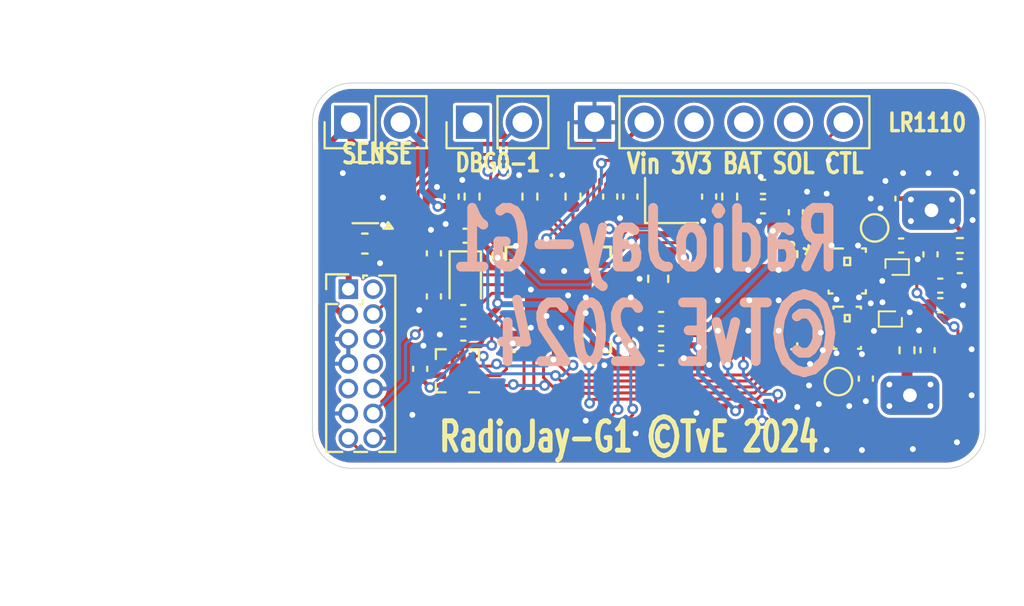
<source format=kicad_pcb>
(kicad_pcb (version 20240108) (generator "pcbnew") (generator_version "8.0")
  (layers (0 "F.Cu" signal) (31 "B.Cu" signal) (34 "B.Paste" user) (35 "F.Paste" user) (36 "B.SilkS" user "B.Silkscreen") (37 "F.SilkS" user "F.Silkscreen") (38 "B.Mask" user) (39 "F.Mask" user) (44 "Edge.Cuts" user))
  (net 0 "")
  (net 1 "GNDREF")
  (net 2 "+3.3V")
  (net 3 "/NRST")
  (net 4 "/RX")
  (net 5 "/LED")
  (net 6 "/SWCLK")
  (net 7 "/BOOT0")
  (net 8 "/TX")
  (net 9 "/SWDIO")
  (net 10 "/SENSPWR")
  (net 11 "/DBG0")
  (net 12 "/DBG1")
  (net 13 "/LED2")
  (net 14 "Net-(D3-A)")
  (net 15 "/CTRL1")
  (net 17 "/RF3")
  (net 18 "Net-(U3-PC14-OSC32_IN)")
  (net 19 "Net-(U3-PC15-OSC32_OUT)")
  (net 20 "Net-(U4-VTCXO)")
  (net 21 "Net-(U4-DCC_SW)")
  (net 22 "Net-(C13-Pad1)")
  (net 23 "Net-(X1-OUT)")
  (net 24 "VDD")
  (net 25 "/RF4")
  (net 26 "Net-(D4-A)")
  (net 29 "Net-(U4-VREG)")
  (net 30 "Net-(U4-RFO_LP_LF)")
  (net 31 "Net-(U4-XTA)")
  (net 32 "/ACCINT")
  (net 33 "/MISO")
  (net 34 "/SCK")
  (net 35 "/clk32768")
  (net 36 "/MOSI")
  (net 37 "Net-(U4-RFI_P_LF0)")
  (net 38 "Net-(U4-RFI_N_LF0)")
  (net 42 "Net-(U4-RFI_N_LF1)")
  (net 43 "/LRNSS")
  (net 44 "Net-(U4-RFI_P_LF1)")
  (net 45 "/LRRESET")
  (net 47 "/LRBUSY")
  (net 52 "/LRIRQ")
  (net 56 "Vin")
  (net 57 "/ACCNSS")
  (net 58 "/VRFSW")
  (net 59 "/RF900")
  (net 60 "/RF11")
  (net 61 "/RF1560")
  (net 62 "/RF10")
  (net 63 "/RF1")
  (net 64 "/RF2")
  (net 65 "/RFSW")
  (net 66 "/LNAEN")
  (net 67 "/RF12")
  (net 70 "/VR_PA")
  (footprint "LED_SMD:LED_0402_1005Metric" (layer "F.Cu") (at 71.9 26.8 -90)
    (property "Reference" "D3" (hide yes))
    (property "Value" "DBG")
  )
  (footprint "Connector_PinHeader_2.54mm:PinHeader_1x02_P2.54mm_Vertical" (layer "F.Cu") (at 63.85 23 90)
    (property "Reference" "JP1" (hide yes))
    (property "Value" "PWRSENS" (hide yes))
  )
  (footprint "Capacitor_SMD:C_0402_1005Metric" (layer "F.Cu") (at 87.68 27.6 90)
    (property "Reference" "C19" (hide yes))
    (property "Value" "100nF" (hide yes))
  )
  (footprint "Crystal:Crystal_SMD_2016-4Pin_2.0x1.6mm" (layer "F.Cu") (at 80.23 27)
    (property "Reference" "X1" (hide yes))
    (property "Value" "NT2016SA")
  )
  (footprint "TestPoint:TestPoint_Pad_D1.0mm" (layer "F.Cu") (at 90.6 28.4)
    (property "Reference" "TP2" (hide yes))
    (property "Value" "TestPoint" (hide yes))
  )
  (footprint "Connector_PinHeader_1.27mm:PinHeader_2x07_P1.27mm_Vertical" (layer "F.Cu") (at 63.73 31.53)
    (property "Reference" "J4" (hide yes))
    (property "Value" "ST_STDC14")
  )
  (footprint "Connector_PinHeader_2.54mm:PinHeader_1x02_P2.54mm_Vertical" (layer "F.Cu") (at 70.075 23 90)
    (property "Reference" "J6" (hide yes))
    (property "Value" "DBG")
  )
  (footprint "Capacitor_SMD:C_0402_1005Metric" (layer "F.Cu") (at 84.9 27.3)
    (property "Reference" "C17" (hide yes))
    (property "Value" "100nF" (hide yes))
  )
  (footprint "Inductor_SMD:L_0402_1005Metric" (layer "F.Cu") (at 88.78 28 90)
    (property "Reference" "L2" (hide yes))
    (property "Value" "47nH" (hide yes))
  )
  (footprint "Capacitor_SMD:C_0402_1005Metric" (layer "F.Cu") (at 93.95 32.35 180)
    (property "Reference" "C4" (hide yes))
    (property "Value" "100nF")
  )
  (footprint "Resistor_SMD:R_0402_1005Metric" (layer "F.Cu") (at 73 26.8 90)
    (property "Reference" "R9" (hide yes))
    (property "Value" "100")
  )
  (footprint "Capacitor_SMD:C_0402_1005Metric" (layer "F.Cu") (at 93.45 29.75 -90)
    (property "Reference" "C20" (hide yes))
    (property "Value" "NC" (hide yes))
  )
  (footprint "Capacitor_SMD:C_0402_1005Metric" (layer "F.Cu") (at 68.1 29.7 -90)
    (property "Reference" "C5" (hide yes))
    (property "Value" "6.8pF" (hide yes))
  )
  (footprint "Inductor_SMD:L_0603_1608Metric" (layer "F.Cu") (at 79.55 31 90)
    (property "Reference" "L1" (hide yes))
    (property "Value" "10µH")
  )
  (footprint "Capacitor_SMD:C_0402_1005Metric" (layer "F.Cu") (at 69.6 32.7)
    (property "Reference" "C9" (hide yes))
    (property "Value" "100nF" (hide yes))
  )
  (footprint "Mostag:PG-TSNP-6-2_INF" (layer "F.Cu") (at 91.400001 33.0532 -90)
    (property "Reference" "U7" (hide yes))
    (property "Value" "BGA524N6")
  )
  (footprint "Capacitor_SMD:C_0402_1005Metric" (layer "F.Cu") (at 79.7 33.05)
    (property "Reference" "C11" (hide yes))
    (property "Value" "470nF" (hide yes))
  )
  (footprint "Capacitor_SMD:C_0402_1005Metric" (layer "F.Cu") (at 94.95 30.35 180)
    (property "Reference" "C21" (hide yes))
    (property "Value" "NC")
  )
  (footprint "Inductor_SMD:L_0402_1005Metric" (layer "F.Cu") (at 91.2 34.635 -90)
    (property "Reference" "L3" (hide yes))
    (property "Value" "8.2nH")
  )
  (footprint "Capacitor_SMD:C_0402_1005Metric" (layer "F.Cu") (at 69 26.8 90)
    (property "Reference" "C14" (hide yes))
    (property "Value" "4.7uF" (hide yes))
  )
  (footprint "Capacitor_SMD:C_0402_1005Metric" (layer "F.Cu") (at 69.6 33.8)
    (property "Reference" "C25" (hide yes))
    (property "Value" "100nF")
  )
  (footprint "Mostag:ANT_PAD_2sided_3x2mm" (layer "F.Cu") (at 92.4 36.95)
    (property "Reference" "J7" (hide yes))
    (property "Value" "Antenna")
  )
  (footprint "Connector_PinHeader_2.54mm:PinHeader_1x06_P2.54mm_Vertical" (layer "F.Cu") (at 76.3 23 90)
    (property "Reference" "J1" (hide yes))
    (property "Value" "Conn_01x08_Pin")
  )
  (footprint "Capacitor_SMD:C_0402_1005Metric" (layer "F.Cu") (at 69.72 28.8)
    (property "Reference" "C24" (hide yes))
    (property "Value" "100nF")
  )
  (footprint "Resistor_SMD:R_0402_1005Metric" (layer "F.Cu") (at 70.05 26.8 -90)
    (property "Reference" "R5" (hide yes))
    (property "Value" "10K" (hide yes))
  )
  (footprint "TestPoint:TestPoint_Pad_D1.0mm" (layer "F.Cu") (at 88.75 36.25)
    (property "Reference" "TP4" (hide yes))
    (property "Value" "TestPoint")
  )
  (footprint "Package_TO_SOT_SMD:SOT-23" (layer "F.Cu") (at 64.6 26.6 180)
    (property "Reference" "U2" (hide yes))
    (property "Value" "AP2127N-2.8")
  )
  (footprint "Capacitor_SMD:C_0402_1005Metric" (layer "F.Cu") (at 93.95 31.35 180)
    (property "Reference" "C3" (hide yes))
    (property "Value" "100nF")
  )
  (footprint "Capacitor_SMD:C_0402_1005Metric" (layer "F.Cu") (at 79.7 34.05)
    (property "Reference" "C15" (hide yes))
    (property "Value" "100nF" (hide yes))
  )
  (footprint "Capacitor_SMD:C_0402_1005Metric" (layer "F.Cu") (at 90.15 36.1 -90)
    (property "Reference" "C22" (hide yes))
    (property "Value" "NC" (hide yes))
  )
  (footprint "Capacitor_SMD:C_0402_1005Metric" (layer "F.Cu") (at 79.7 35.05 180)
    (property "Reference" "C26" (hide yes))
    (property "Value" "100nF")
  )
  (footprint "Capacitor_SMD:C_0402_1005Metric" (layer "F.Cu") (at 77.1 26.8 90)
    (property "Reference" "C12" (hide yes))
    (property "Value" "100nF" (hide yes))
  )
  (footprint "Mostag:Infineon_PG-TSNP-6-10_0.7x1.1mm_0.7x1.1mm_P0.4mm" (layer "F.Cu") (at 91.75 30.4 90)
    (property "Reference" "U8" (hide yes))
    (property "Value" "BGS12WN6E6327")
  )
  (footprint "Capacitor_SMD:C_0402_1005Metric" (layer "F.Cu") (at 93.3 34.65 90)
    (property "Reference" "C23" (hide yes))
    (property "Value" "NC" (hide yes))
  )
  (footprint "Mostag:UFQFPN-32_STM" (layer "F.Cu") (at 74.45 32.049937)
    (property "Reference" "U3" (hide yes))
    (property "Value" "STM32U083KCU6")
  )
  (footprint "Capacitor_SMD:C_0402_1005Metric" (layer "F.Cu") (at 91.95 29.3)
    (property "Reference" "C1" (hide yes))
    (property "Value" "68pF")
  )
  (footprint "LED_SMD:LED_0402_1005Metric" (layer "F.Cu") (at 74.1 26.8 -90)
    (property "Reference" "D4" (hide yes))
    (property "Value" "ACT")
  )
  (footprint "Capacitor_SMD:C_0402_1005Metric" (layer "F.Cu") (at 84.9 26.3)
    (property "Reference" "C16" (hide yes))
    (property "Value" "68pF" (hide yes))
  )
  (footprint "Crystal:Crystal_SMD_2012-2Pin_2.0x1.2mm" (layer "F.Cu") (at 69.7 30.8 -90)
    (property "Reference" "Y1" (hide yes))
    (property "Value" "32.768kHz")
  )
  (footprint "Capacitor_SMD:C_0402_1005Metric" (layer "F.Cu") (at 68.1 31.9 90)
    (property "Reference" "C6" (hide yes))
    (property "Value" "6.8pF" (hide yes))
  )
  (footprint "Resistor_SMD:R_0402_1005Metric" (layer "F.Cu") (at 75.2 26.8 90)
    (property "Reference" "R10" (hide yes))
    (property "Value" "1K")
  )
  (footprint "Mostag:Johanson-2000PC15" (layer "F.Cu") (at 89.2 33.5)
    (property "Reference" "U5" (hide yes))
    (property "Value" "2000PC15C0040001E")
  )
  (footprint "Capacitor_SMD:C_0402_1005Metric" (layer "F.Cu") (at 82.15 26.8 -90)
    (property "Reference" "C13" (hide yes))
    (property "Value" "10pF" (hide yes))
  )
  (footprint "Resistor_SMD:R_0402_1005Metric" (layer "F.Cu") (at 94.95 29.3 180)
    (property "Reference" "R7" (hide yes))
    (property "Value" "0R" (hide yes))
  )
  (footprint "Mostag:QFN50P500X500X100-33N" (layer "F.Cu") (at 84.15 32.099811 -90)
    (property "Reference" "U4" (hide yes))
    (property "Value" "LR1110IMLTRT")
  )
  (footprint "Diode_SMD:Nexperia_DSN0603-2_0.6x0.3mm_P0.4mm" (layer "F.Cu") (at 91.1 26.9 180)
    (property "Reference" "D2" (hide yes))
    (property "Value" "PESD3V3Z1BCSFYL")
  )
  (footprint "Capacitor_SMD:C_0402_1005Metric" (layer "F.Cu") (at 67.4 35.6 90)
    (property "Reference" "C2" (hide yes))
    (property "Value" "100nF" (hide yes))
  )
  (footprint "Mostag:ANT_PAD_2sided_3x2mm" (layer "F.Cu") (at 93.5 27.5 180)
    (property "Reference" "J5" (hide yes))
    (property "Value" "Antenna")
  )
  (footprint "Resistor_SMD:R_0402_1005Metric" (layer "F.Cu") (at 83.2 26.8 90)
    (property "Reference" "R6" (hide yes))
    (property "Value" "220" (hide yes))
  )
  (footprint "Mostag:LGA-12_2x2mm_P0.5mm" (layer "F.Cu") (at 69.3 35.7 180)
    (property "Reference" "U1" (hide yes))
    (property "Value" "LIS2DTW12TR/LSM303AH" (hide yes))
  )
  (footprint "Mostag:Johanson-0900PC16" (layer "F.Cu") (at 89.2 30.6)
    (property "Reference" "U6" (hide yes))
    (property "Value" "0900PC16J0042001E")
  )
  (footprint "Capacitor_SMD:C_0402_1005Metric" (layer "F.Cu") (at 78.13 26.8 90)
    (property "Reference" "C10" (hide yes))
    (property "Value" "68pF" (hide yes))
  )
  (footprint "Resistor_SMD:R_0402_1005Metric" (layer "F.Cu") (at 92.25 34.65 90)
    (property "Reference" "R8" (hide yes))
    (property "Value" "0R")
  )
  (footprint "Capacitor_SMD:C_0603_1608Metric" (layer "F.Cu") (at 64.575 29.2)
    (property "Reference" "C8" (hide yes))
    (property "Value" "10uF")
  )
  (footprint "Capacitor_SMD:C_0402_1005Metric" (layer "F.Cu") (at 86.58 27.6 90)
    (property "Reference" "C18" (hide yes))
    (property "Value" "68pF" (hide yes))
  )
  (gr_arc (start 94.25 21) (mid 95.664214 21.585786) (end 96.25 23) (stroke (width 0.05)) (layer "Edge.Cuts"))
  (gr_arc (start 61.9 23) (mid 62.485786 21.585786) (end 63.9 21) (stroke (width 0.05)) (layer "Edge.Cuts"))
  (gr_line (start 63.9 21) (end 94.25 21) (stroke (width 0.05)) (layer "Edge.Cuts"))
  (gr_line (start 96.25 23) (end 96.25 38.685786) (stroke (width 0.05)) (layer "Edge.Cuts"))
  (gr_arc (start 96.25 38.685786) (mid 95.664214 40.1) (end 94.25 40.685786) (stroke (width 0.05)) (layer "Edge.Cuts"))
  (gr_arc (start 63.9 40.685786) (mid 62.485786 40.1) (end 61.9 38.685786) (stroke (width 0.05)) (layer "Edge.Cuts"))
  (gr_line (start 61.9 38.685786) (end 61.9 23) (stroke (width 0.05)) (layer "Edge.Cuts"))
  (gr_line (start 94.25 40.685786) (end 63.9 40.685786) (stroke (width 0.05)) (layer "Edge.Cuts"))
  (gr_text "RadioJay-G1\n©TvE 2024" (at 89.05 35.6 0) (layer "B.SilkS") (effects (font (size 3 2) (thickness 0.5) (bold yes)) (justify left bottom mirror)))
  (gr_text "DBG0-1" (at 69.1 25.6 0) (layer "F.SilkS") (effects (font (size 0.9 0.7) (thickness 0.175) (bold yes)) (justify left bottom)))
  (gr_text "SENSE" (at 63.3 25.2 0) (layer "F.SilkS") (effects (font (size 1 0.75) (thickness 0.1875) (bold yes)) (justify left bottom)))
  (gr_text "LR1110" (at 91.2 23.55 0) (layer "F.SilkS") (effects (font (size 0.9 0.7) (thickness 0.175) (bold yes)) (justify left bottom)))
  (gr_text "Vin 3V3 BAT SOL CTL" (at 77.85 25.7 0) (layer "F.SilkS") (effects (font (size 1 0.75) (thickness 0.1875) (bold yes)) (justify left bottom)))
  (gr_text "RadioJay-G1 ©TvE 2024" (at 68.25 39.95 0) (layer "F.SilkS") (effects (font (size 1.5 1) (thickness 0.25) (bold yes)) (justify left bottom)))
  (segment (start 88.65 32.05) (end 89.05 31.65) (width 0.2286) (layer "F.Cu") (net 1))
  (segment (start 81.2 35.4) (end 82.15 35.4) (width 0.3048) (layer "F.Cu") (net 1))
  (segment (start 93.45 30.23) (end 94.38 30.23) (width 0.2286) (layer "F.Cu") (net 1))
  (segment (start 92.247248 32.85) (end 92.390643 32.706605) (width 0.2286) (layer "F.Cu") (net 1))
  (segment (start 89.5168 31.6668) (end 89.8 31.95) (width 0.2286) (layer "F.Cu") (net 1))
  (segment (start 81.715 32.349811) (end 82.350189 32.349811) (width 0.2286) (layer "F.Cu") (net 1))
  (segment (start 90.9 26.9) (end 90.9 27.4) (width 0.2286) (layer "F.Cu") (net 1))
  (segment (start 93.03 30.23) (end 92.8 30) (width 0.2286) (layer "F.Cu") (net 1))
  (segment (start 88.349811 34.250189) (end 87.95 34.65) (width 0.2286) (layer "F.Cu") (net 1))
  (segment (start 68.45 33.8) (end 68.4 33.85) (width 0.3048) (layer "F.Cu") (net 1))
  (segment (start 94.45 30.3) (end 94.45 32.3) (width 0.2286) (layer "F.Cu") (net 1))
  (segment (start 71.9 26.315) (end 71.9 26.2536) (width 0.2286) (layer "F.Cu") (net 1))
  (segment (start 79.957304 31) (end 79.05 31) (width 0.2286) (layer "F.Cu") (net 1))
  (segment (start 80.85 35.05) (end 81.2 35.4) (width 0.3048) (layer "F.Cu") (net 1))
  (segment (start 71.9 26.2536) (end 72.45 25.7036) (width 0.2286) (layer "F.Cu") (net 1))
  (segment (start 77.6 27.28) (end 78.13 27.28) (width 0.4) (layer "F.Cu") (net 1))
  (segment (start 79.05 31) (end 78.825 31.225) (width 0.2286) (layer "F.Cu") (net 1))
  (segment (start 84.42 27.7768) (end 84.6932 28.05) (width 0.3048) (layer "F.Cu") (net 1))
  (segment (start 82.849811 32.349811) (end 83.349811 32.349811) (width 0.2286) (layer "F.Cu") (net 1))
  (segment (start 69.12 32.7) (end 68.45 32.7) (width 0.3048) (layer "F.Cu") (net 1))
  (segment (start 81.715 32.349811) (end 81.157114 32.349811) (width 0.2286) (layer "F.Cu") (net 1))
  (segment (start 79.22 33.45) (end 78.7536 33.45) (width 0.4) (layer "F.Cu") (net 1))
  (segment (start 79.22 33.03) (end 79.25 33) (width 0.4) (layer "F.Cu") (net 1))
  (segment (start 72.700001 29.699937) (end 72.700001 29.844696) (width 0.3048) (layer "F.Cu") (net 1))
  (segment (start 79.22 34.05) (end 79.22 33.45) (width 0.4) (layer "F.Cu") (net 1))
  (segment (start 69.24 28.74) (end 68.7 28.2) (width 0.3048) (layer "F.Cu") (net 1))
  (segment (start 91.433058 31.109234) (end 90.989413 31.109234) (width 0.2286) (layer "F.Cu") (net 1))
  (segment (start 90.15 36.58) (end 90.15 37.25) (width 0.2286) (layer "F.Cu") (net 1))
  (segment (start 90.4 32.25) (end 90.95 32.25) (width 0.2286) (layer "F.Cu") (net 1))
  (segment (start 78.825 31.225) (end 78.6833 31.3667) (width 0.2286) (layer "F.Cu") (net 1))
  (segment (start 87.68 27.12) (end 87.7 27.1) (width 0.5588) (layer "F.Cu") (net 1))
  (segment (start 65.35 28.4) (end 65.5 28.25) (width 0.3048) (layer "F.Cu") (net 1))
  (segment (start 74.1 26.2536) (end 74.65 25.7036) (width 0.2286) (layer "F.Cu") (net 1))
  (segment (start 72.700001 29.699937) (end 72.662135 29.699937) (width 0.3048) (layer "F.Cu") (net 1))
  (segment (start 78.825 31.225) (end 78.6 31) (width 0.2286) (layer "F.Cu") (net 1))
  (segment (start 80.4309 31.623597) (end 80.4309 31.473596) (width 0.2286) (layer "F.Cu") (net 1))
  (segment (start 82.350189 32.349811) (end 82.6 32.1) (width 0.2286) (layer "F.Cu") (net 1))
  (segment (start 79.98 27.55) (end 80.407729 27.55) (width 0.3048) (layer "F.Cu") (net 1))
  (segment (start 89.1 32.5) (end 88.65 32.05) (width 0.2286) (layer "F.Cu") (net 1))
  (segment (start 80.4309 31.473596) (end 79.957304 31) (width 0.2286) (layer "F.Cu") (net 1))
  (segment (start 80.18 35.05) (end 80.85 35.05) (width 0.3048) (layer "F.Cu") (net 1))
  (segment (start 90.0636 29.6136) (end 89.75 29.3) (width 0.2286) (layer "F.Cu") (net 1))
  (segment (start 72.7048 29.849495) (end 72.7048 30.3048) (width 0.3048) (layer "F.Cu") (net 1))
  (segment (start 67.5125 34.9375) (end 67.35 35.1) (width 0.2286) (layer "F.Cu") (net 1))
  (segment (start 78.7536 33.45) (end 78.6536 33.55) (width 0.4) (layer "F.Cu") (net 1))
  (segment (start 67.4 35.12) (end 67.4 34.581191) (width 0.3048) (layer "F.Cu") (net 1))
  (segment (start 68.1 32.38) (end 67.57 32.38) (width 0.3048) (layer "F.Cu") (net 1))
  (segment (start 69.55 26.290001) (end 69.55 25.95) (width 0.3048) (layer "F.Cu") (net 1))
  (segment (start 65.5375 26.8875) (end 65.5 26.85) (width 0.3048) (layer "F.Cu") (net 1))
  (segment (start 76.199999 34.811247) (end 76.8 35.411248) (width 0.2286) (layer "F.Cu") (net 1))
  (segment (start 80.93 27.55) (end 78.45 27.55) (width 0.4) (layer "F.Cu") (net 1))
  (segment (start 91.8 32.85) (end 92.247248 32.85) (width 0.2286) (layer "F.Cu") (net 1))
  (segment (start 89.857 34.757) (end 89.95 34.85) (width 0.2286) (layer "F.Cu") (net 1))
  (segment (start 94.43 31.35) (end 95.15 31.35) (width 0.2286) (layer "F.Cu") (net 1))
  (segment (start 67.4 34.581191) (end 67.563133 34.418058) (width 0.3048) (layer "F.Cu") (net 1))
  (segment (start 69.24 28.8) (end 68.45 28.8) (width 0.3048) (layer "F.Cu") (net 1))
  (segment (start 84.42 26.3) (end 84.42 26.155538) (width 0.1524) (layer "F.Cu") (net 1))
  (segment (start 78.45 27.55) (end 78.15 27.25) (width 0.4) (layer "F.Cu") (net 1))
  (segment (start 89.2 29.35) (end 88.45 29.35) (width 0.2286) (layer "F.Cu") (net 1))
  (segment (start 90.95 32.25) (end 91 32.2) (width 0.2286) (layer "F.Cu") (net 1))
  (segment (start 68.45 32.7) (end 68.15 32.4) (width 0.3048) (layer "F.Cu") (net 1))
  (segment (start 88.45 29.35) (end 88.4 29.3) (width 0.2286) (layer "F.Cu") (net 1))
  (segment (start 68.55 34.95) (end 67.5125 34.9375) (width 0.2286) (layer "F.Cu") (net 1))
  (segment (start 84.42 26.155538) (end 84.783232 25.792306) (width 0.1524) (layer "F.Cu") (net 1))
  (segment (start 65.35 29.2) (end 65.35 28.4) (width 0.3048) (layer "F.Cu") (net 1))
  (segment (start 83.349811 32.349811) (end 83.35 32.35) (width 0.2286) (layer "F.Cu") (net 1))
  (segment (start 68.1 28.65) (end 67.95 28.5) (width 0.3048) (layer "F.Cu") (net 1))
  (segment (start 84.42 26.32) (end 84.4 26.3) (width 0.4) (layer "F.Cu") (net 1))
  (segment (start 90.0636 29.849811) (end 90.0636 29.6136) (width 0.2286) (layer "F.Cu") (net 1))
  (segment (start 90.730242 30.850063) (end 90.989413 31.109234) (width 0.2286) (layer "F.Cu") (net 1))
  (segment (start 87.15 27.12) (end 87.68 27.12) (width 0.5588) (layer "F.Cu") (net 1))
  (segment (start 89.2 29.35) (end 89.7 29.35) (width 0.2286) (layer "F.Cu") (net 1))
  (segment (start 88.543 34.250189) (end 88.349811 34.250189) (width 0.2286) (layer "F.Cu") (net 1))
  (segment (start 87.850063 33.750063) (end 87.85 33.75) (width 0.2286) (layer "F.Cu") (net 1))
  (segment (start 90.969696 33.2564) (end 90.562562 33.663534) (width 0.2286) (layer "F.Cu") (net 1))
  (segment (start 84.42 27.3) (end 84.42 27.7768) (width 0.3048) (layer "F.Cu") (net 1))
  (segment (start 76.199999 34.399937) (end 76.199999 34.811247) (width 0.2286) (layer "F.Cu") (net 1))
  (segment (start 65.5375 27.55) (end 65.5375 28.2125) (width 0.3048) (layer "F.Cu") (net 1))
  (segment (start 82.6 32.1) (end 82.849811 32.349811) (width 0.2286) (layer "F.Cu") (net 1))
  (segment (start 79.22 33.45) (end 79.22 33.03) (width 0.4) (layer "F.Cu") (net 1))
  (segment (start 65.5375 27.55) (end 65.5375 26.8875) (width 0.3048) (layer "F.Cu") (net 1))
  (segment (start 94.38 30.23) (end 94.45 30.3) (width 0.2286) (layer "F.Cu") (net 1))
  (segment (start 72.662135 29.699937) (end 72.281099 29.318901) (width 0.3048) (layer "F.Cu") (net 1))
  (segment (start 94.43 32.35) (end 95.1 32.35) (width 0.2286) (layer "F.Cu") (net 1))
  (segment (start 78.6833 31.9) (end 78.2 31.9) (width 0.2286) (layer "F.Cu") (net 1))
  (segment (start 65.35 29.2) (end 65.35 30.2) (width 0.3048) (layer "F.Cu") (net 1))
  (segment (start 81.157114 32.349811) (end 80.4309 31.623597) (width 0.2286) (layer "F.Cu") (net 1))
  (segment (start 90.0636 30.850063) (end 90.730242 30.850063) (width 0.2286) (layer "F.Cu") (net 1))
  (segment (start 93.3 34.074164) (end 92.864265 33.638429) (width 0.2286) (layer "F.Cu") (net 1))
  (segment (start 89.857 32.749811) (end 89.900189 32.749811) (width 0.2286) (layer "F.Cu") (net 1))
  (segment (start 89.900189 32.749811) (end 90.4 32.25) (width 0.2286) (layer "F.Cu") (net 1))
  (segment (start 88.95 34.5) (end 88.65 34.8) (width 0.2286) (layer "F.Cu") (net 1))
  (segment (start 86.58 27.12) (end 87.15 27.12) (width 0.5588) (layer "F.Cu") (net 1))
  (segment (start 78.6833 31.3667) (end 78.6833 31.9) (width 0.2286) (layer "F.Cu") (net 1))
  (segment (start 91.75 30.792292) (end 91.433058 31.109234) (width 0.2286) (layer "F.Cu") (net 1))
  (segment (start 87.15 27.12) (end 87.15 26.55) (width 0.3048) (layer "F.Cu") (net 1))
  (segment (start 88.543 33.750063) (end 87.850063 33.750063) (width 0.2286) (layer "F.Cu") (net 1))
  (segment (start 87.68 27.12) (end 88.15 26.65) (width 0.5588) (layer "F.Cu") (net 1))
  (segment (start 69.55 26.290001) (end 68.272199 26.290001) (width 0.3048) (layer "F.Cu") (net 1))
  (segment (start 72.700001 29.844696) (end 72.7048 29.849495) (width 0.3048) (layer "F.Cu") (net 1))
  (segment (start 89.2 34.5) (end 88.95 34.5) (width 0.2286) (layer "F.Cu") (net 1))
  (segment (start 90.9 26.9) (end 90.4 26.9) (width 0.2286) (layer "F.Cu") (net 1))
  (segment (start 84.42 27.3) (end 84.42 26.32) (width 0.4) (layer "F.Cu") (net 1))
  (segment (start 69.12 33.8) (end 68.45 33.8) (width 0.3048) (layer "F.Cu") (net 1))
  (segment (start 91.000002 33.2564) (end 90.969696 33.2564) (width 0.2286) (layer "F.Cu") (net 1))
  (segment (start 78.13 27.28) (end 78.15 27.3) (width 0.4) (layer "F.Cu") (net 1))
  (segment (start 88.3364 29.849811) (end 88.3364 29.3636) (width 0.2286) (layer "F.Cu") (net 1))
  (segment (start 90.476222 33.749874) (end 90.562562 33.663534) (width 0.2286) (layer "F.Cu") (net 1))
  (segment (start 72.7048 30.3048) (end 72.95 30.55) (width 0.3048) (layer "F.Cu") (net 1))
  (segment (start 68.5375 35.45) (end 67.75 35.45) (width 0.2286) (layer "F.Cu") (net 1))
  (segment (start 89.7 29.35) (end 89.75 29.3) (width 0.2286) (layer "F.Cu") (net 1))
  (segment (start 89.2 32.5) (end 89.1 32.5) (width 0.2286) (layer "F.Cu") (net 1))
  (segment (start 69.24 28.8) (end 69.24 28.74) (width 0.3048) (layer "F.Cu") (net 1))
  (segment (start 81.357729 27.55) (end 81.849329 28.0416) (width 0.3048) (layer "F.Cu") (net 1))
  (segment (start 76.199999 34.399937) (end 76.199999 33.899999) (width 0.2286) (layer "F.Cu") (net 1))
  (segment (start 78.6833 32.4833) (end 79.2 33) (width 0.2286) (layer "F.Cu") (net 1))
  (segment (start 68.272199 26.290001) (end 68.2561 26.3061) (width 0.3048) (layer "F.Cu") (net 1))
  (segment (start 77.6 27.28) (end 77.6 27.9) (width 0.4) (layer "F.Cu") (net 1))
  (segment (start 68.45 28.8) (end 68.05 29.2) (width 0.3048) (layer "F.Cu") (net 1))
  (segment (start 70.05 26.290001) (end 69.55 26.290001) (width 0.3048) (layer "F.Cu") (net 1))
  (segment (start 93.45 30.23) (end 93.03 30.23) (width 0.2286) (layer "F.Cu") (net 1))
  (segment (start 77.1 27.28) (end 77.6 27.28) (width 0.4) (layer "F.Cu") (net 1))
  (segment (start 65.5375 28.2125) (end 65.5 28.25) (width 0.3048) (layer "F.Cu") (net 1))
  (segment (start 67.75 35.45) (end 67.4 35.1) (width 0.2286) (layer "F.Cu") (net 1))
  (segment (start 89.857 33.749874) (end 90.476222 33.749874) (width 0.2286) (layer "F.Cu") (net 1))
  (segment (start 89.2 31.6668) (end 89.5168 31.6668) (width 0.2286) (layer "F.Cu") (net 1))
  (segment (start 74.1 26.315) (end 74.1 26.2536) (width 0.2286) (layer "F.Cu") (net 1))
  (segment (start 76.199999 33.899999) (end 75.85 33.55) (width 0.2286) (layer "F.Cu") (net 1))
  (segment (start 78.2 31.9) (end 78.15 31.95) (width 0.2286) (layer "F.Cu") (net 1))
  (segment (start 89.857 34.25) (end 89.857 34.757) (width 0.2286) (layer "F.Cu") (net 1))
  (segment (start 68.5375 34.95) (end 69.55 34.95) (width 0.1524) (layer "F.Cu") (net 1))
  (segment (start 89.05 31.65) (end 89.2 31.65) (width 0.2286) (layer "F.Cu") (net 1))
  (segment (start 91.75 30.6) (end 91.75 30.792292) (width 0.2286) (layer "F.Cu") (net 1))
  (segment (start 93.3 34.17) (end 93.3 34.074164) (width 0.2286) (layer "F.Cu") (net 1))
  (segment (start 78.6833 31.9) (end 78.6833 32.4833) (width 0.2286) (layer "F.Cu") (net 1))
  (segment (start 88.3364 29.3636) (end 88.4 29.3) (width 0.2286) (layer "F.Cu") (net 1))
  (segment (start 68.1 29.22) (end 68.1 28.65) (width 0.3048) (layer "F.Cu") (net 1))
  (segment (start 67.57 32.38) (end 67.35 32.6) (width 0.3048) (layer "F.Cu") (net 1))
  (via (at 90.4 32.25) (size 0.55) (drill 0.3) (layers "F.Cu" "B.Cu") (net 1))
  (via (at 95.1 32.35) (size 0.55) (drill 0.3) (layers "F.Cu" "B.Cu") (net 1))
  (via (at 65.5 28.25) (size 0.55) (drill 0.3) (layers "F.Cu" "B.Cu") (net 1))
  (via (at 89.95 39.75) (size 0.55) (drill 0.3) (layers "F.Cu" "B.Cu") (net 1))
  (via (at 87.95 34.65) (size 0.55) (drill 0.3) (layers "F.Cu" "B.Cu") (net 1))
  (via (at 82.6 32.1) (size 0.55) (drill 0.3) (layers "F.Cu" "B.Cu") (net 1))
  (via (at 92.05 25.6) (size 0.55) (drill 0.3) (layers "F.Cu" "B.Cu") (net 1))
  (via (at 85.7 30.55) (size 0.55) (drill 0.3) (layers "F.Cu" "B.Cu") (net 1))
  (via (at 78.6536 33.55) (size 0.55) (drill 0.3) (layers "F.Cu" "B.Cu") (net 1))
  (via (at 81.5 37.85) (size 0.55) (drill 0.3) (layers "F.Cu" "B.Cu") (net 1))
  (via (at 72.45 25.7036) (size 0.55) (drill 0.3) (layers "F.Cu" "B.Cu") (net 1))
  (via (at 95.55 34.6) (size 0.55) (drill 0.3) (layers "F.Cu" "B.Cu") (net 1))
  (via (at 77.6 27.9) (size 0.55) (drill 0.3) (layers "F.Cu" "B.Cu") (net 1))
  (via (at 69.55 25.95) (size 0.55) (drill 0.3) (layers "F.Cu" "B.Cu") (net 1))
  (via (at 88.15 26.65) (size 0.55) (drill 0.3) (layers "F.Cu" "B.Cu") (net 1))
  (via (at 73.05 31.55) (size 0.55) (drill 0.3) (layers "F.Cu" "B.Cu") (net 1))
  (via (at 78.15 31.95) (size 0.55) (drill 0.3) (layers "F.Cu" "B.Cu") (net 1))
  (via (at 93.35 25.6) (size 0.55) (drill 0.3) (layers "F.Cu" "B.Cu") (net 1))
  (via (at 85.7 33.65) (size 0.55) (drill 0.3) (layers "F.Cu" "B.Cu") (net 1))
  (via (at 76.8 35.411248) (size 0.55) (drill 0.3) (layers "F.Cu" "B.Cu") (net 1))
  (via (at 68.4 33.85) (size 0.55) (drill 0.3) (layers "F.Cu" "B.Cu") (net 1))
  (via (at 92.8 30) (size 0.55) (drill 0.3) (layers "F.Cu" "B.Cu") (net 1))
  (via (at 87.85 33.75) (size 0.55) (drill 0.3) (layers "F.Cu" "B.Cu") (net 1))
  (via (at 87.15 26.55) (size 0.55) (drill 0.3) (layers "F.Cu" "B.Cu") (net 1))
  (via (at 82.6 30.55) (size 0.55) (drill 0.3) (layers "F.Cu" "B.Cu") (net 1))
  (via (at 68.7 28.2) (size 0.55) (drill 0.3) (layers "F.Cu" "B.Cu") (net 1))
  (via (at 89.3 37.5) (size 0.55) (drill 0.3) (layers "F.Cu" "B.Cu") (net 1))
  (via (at 73.65 30.6) (size 0.55) (drill 0.3) (layers "F.Cu" "B.Cu") (net 1))
  (via (at 84.6932 28.05) (size 0.55) (drill 0.3) (layers "F.Cu" "B.Cu") (net 1))
  (via (at 74.95 31.85) (size 0.55) (drill 0.3) (layers "F.Cu" "B.Cu") (net 1))
  (via (at 92.864265 33.638429) (size 0.55) (drill 0.3) (layers "F.Cu" "B.Cu") (net 1))
  (via (at 84.783232 25.792306) (size 0.55) (drill 0.3) (layers "F.Cu" "B.Cu") (net 1))
  (via (at 89.8 31.95) (size 0.55) (drill 0.3) (layers "F.Cu" "B.Cu") (net 1))
  (via (at 74.6 33.5) (size 0.55) (drill 0.3) (layers "F.Cu" "B.Cu") (net 1))
  (via (at 75.85 32.75) (size 0.55) (drill 0.3) (layers "F.Cu" "B.Cu") (net 1))
  (via (at 90.9 27.4) (size 0.55) (drill 0.3) (layers "F.Cu" "B.Cu") (net 1))
  (via (at 75.9 30.6) (size 0.55) (drill 0.3) (layers "F.Cu" "B.Cu") (net 1))
  (via (at 90.4 26.9) (size 0.55) (drill 0.3) (layers "F.Cu" "B.Cu") (net 1))
  (via (at 94.75 25.6) (size 0.55) (drill 0.3) (layers "F.Cu" "B.Cu") (net 1))
  (via (at 85.7 32.1) (size 0.55) (drill 0.3) (layers "F.Cu" "B.Cu") (net 1))
  (via (at 88.4 29.3) (size 0.55) (drill 0.3) (layers "F.Cu" "B.Cu") (net 1))
  (via (at 84.15 33.65) (size 0.55) (drill 0.3) (layers "F.Cu" "B.Cu") (net 1))
  (via (at 95.15 31.35) (size 0.55) (drill 0.3) (layers "F.Cu" "B.Cu") (net 1))
  (via (at 90.989413 31.109234) (size 0.55) (drill 0.3) (layers "F.Cu" "B.Cu") (net 1))
  (via (at 65.5 26.85) (size 0.55) (drill 0.3) (layers "F.Cu" "B.Cu") (net 1))
  (via (at 63.45 25.6) (size 0.55) (drill 0.3) (layers "F.Cu" "B.Cu") (net 1))
  (via (at 95.6 28) (size 0.55) (drill 0.3) (layers "F.Cu" "B.Cu") (net 1))
  (via (at 89.75 29.3) (size 0.55) (drill 0.3) (layers "F.Cu" "B.Cu") (net 1))
  (via (at 80.85 35.05) (size 0.55) (drill 0.3) (layers "F.Cu" "B.Cu") (net 1))
  (via (at 87.3 35.35) (size 0.55) (drill 0.3) (layers "F.Cu" "B.Cu") (net 1))
  (via (at 68.2561 26.3061) (size 0.55) (drill 0.3) (layers "F.Cu" "B.Cu") (net 1))
  (via (at 88.15 39.75) (size 0.55) (drill 0.3) (layers "F.Cu" "B.Cu") (net 1))
  (via (at 67.95 28.5) (size 0.55) (drill 0.3) (layers "F.Cu" "B.Cu") (net 1))
  (via (at 88.25 24.95) (size 0.55) (drill 0.3) (layers "F.Cu" "B.Cu") (net 1))
  (via (at 92.55 39.7) (size 0.55) (drill 0.3) (layers "F.Cu" "B.Cu") (net 1))
  (via (at 67.35 32.6) (size 0.55) (drill 0.3) (layers "F.Cu" "B.Cu") (net 1))
  (via (at 72.281099 29.318901) (size 0.55) (drill 0.3) (layers "F.Cu" "B.Cu") (net 1))
  (via (at 74.65 25.7036) (size 0.55) (drill 0.3) (layers "F.Cu" "B.Cu") (net 1))
  (via (at 94.8 39.35) (size 0.55) (drill 0.3) (layers "F.Cu" "B.Cu") (net 1))
  (via (at 82.6 33.65) (size 0.55) (drill 0.3) (layers "F.Cu" "B.Cu") (net 1))
  (via (at 82.15 35.4) (size 0.55) (drill 0.3) (layers "F.Cu" "B.Cu") (net 1))
  (via (at 73.05 33.5) (size 0.55) (drill 0.3) (layers "F.Cu" "B.Cu") (net 1))
  (via (at 87.75 37.4) (size 0.55) (drill 0.3) (layers "F.Cu" "B.Cu") (net 1))
  (via (at 91.15 26) (size 0.55) (drill 0.3) (layers "F.Cu" "B.Cu") (net 1))
  (via (at 78.4 38.9) (size 0.55) (drill 0.3) (layers "F.Cu" "B.Cu") (net 1))
  (via (at 89.95 34.85) (size 0.55) (drill 0.3) (layers "F.Cu" "B.Cu") (net 1))
  (via (at 95.6 26.55) (size 0.55) (drill 0.3) (layers "F.Cu" "B.Cu") (net 1))
  (via (at 73.85 32.9) (size 0.55) (drill 0.3) (layers "F.Cu" "B.Cu") (net 1))
  (via (at 90.15 37.25) (size 0.55) (drill 0.3) (layers "F.Cu" "B.Cu") (net 1))
  (via (at 74.75 30.6) (size 0.55) (drill 0.3) (layers "F.Cu" "B.Cu") (net 1))
  (via (at 95.55 36.95) (size 0.55) (drill 0.3) (layers "F.Cu" "B.Cu") (net 1))
  (via (at 87.25 36.45) (size 0.55) (drill 0.3) (layers "F.Cu" "B.Cu") (net 1))
  (via (at 84.15 30.55) (size 0.55) (drill 0.3) (layers "F.Cu" "B.Cu") (net 1))
  (via (at 92.390643 32.706605) (size 0.55) (drill 0.3) (layers "F.Cu" "B.Cu") (net 1))
  (via (at 88.65 32.05) (size 0.55) (drill 0.3) (layers "F.Cu" "B.Cu") (net 1))
  (via (at 91 32.2) (size 0.55) (drill 0.3) (layers "F.Cu" "B.Cu") (net 1))
  (via (at 84.2 32.1) (size 0.55) (drill 0.3) (layers "F.Cu" "B.Cu") (net 1))
  (via (at 90.562562 33.663534) (size 0.55) (drill 0.3) (layers "F.Cu" "B.Cu") (net 1))
  (via (at 75.85 31.95) (size 0.55) (drill 0.3) (layers "F.Cu" "B.Cu") (net 1))
  (via (at 75.85 38.25) (size 0.55) (drill 0.3) (layers "F.Cu" "B.Cu") (net 1))
  (via (at 78.6 31) (size 0.55) (drill 0.3) (layers "F.Cu" "B.Cu") (net 1))
  (via (at 88.65 34.8) (size 0.55) (drill 0.3) (layers "F.Cu" "B.Cu") (net 1))
  (via (at 67 37.95) (size 0.55) (drill 0.3) (layers "F.Cu" "B.Cu") (net 1))
  (via (at 86.65 37.55) (size 0.55) (drill 0.3) (layers "F.Cu" "B.Cu") (net 1))
  (via (at 65.35 30.2) (size 0.55) (drill 0.3) (layers "F.Cu" "B.Cu") (net 1))
  (via (at 81.849329 28.0416) (size 0.55) (drill 0.3) (layers "F.Cu" "B.Cu") (net 1))
  (via (at 67.563133 34.418058) (size 0.55) (drill 0.3) (layers "F.Cu" "B.Cu") (net 1))
  (segment (start 63.75 29.05) (end 63.75 31.55) (width 0.3048) (layer "F.Cu") (net 2))
  (segment (start 63.6625 26.6) (end 63.6625 28.9625) (width 0.3048) (layer "F.Cu") (net 2))
  (segment (start 63.6625 28.9625) (end 63.75 29.05) (width 0.3048) (layer "F.Cu") (net 2))
  (segment (start 71.055991 31.744009) (end 70.1 32.7) (width 0.1524) (layer "F.Cu") (net 3))
  (segment (start 67.75 33.25) (end 67.15 33.85) (width 0.1524) (layer "F.Cu") (net 3))
  (segment (start 70.08 32.7) (end 69.53 33.25) (width 0.1524) (layer "F.Cu") (net 3))
  (segment (start 72.1 31.799874) (end 72.044135 31.744009) (width 0.1524) (layer "F.Cu") (net 3))
  (segment (start 69.53 33.25) (end 67.75 33.25) (width 0.1524) (layer "F.Cu") (net 3))
  (segment (start 72.044135 31.744009) (end 71.055991 31.744009) (width 0.1524) (layer "F.Cu") (net 3))
  (via (at 67.15 33.85) (size 0.55) (drill 0.3) (layers "F.Cu" "B.Cu") (net 3))
  (segment (start 67.15 33.85) (end 66.65 34.35) (width 0.1524) (layer "B.Cu") (net 3))
  (segment (start 66.65 34.35) (end 66.65 36.2) (width 0.1524) (layer "B.Cu") (net 3))
  (segment (start 66.65 36.2) (end 64.95 37.9) (width 0.1524) (layer "B.Cu") (net 3))
  (segment (start 76.3214 39.8786) (end 64.4286 39.8786) (width 0.1524) (layer "F.Cu") (net 4))
  (segment (start 78.25 37.95) (end 76.3214 39.8786) (width 0.1524) (layer "F.Cu") (net 4))
  (segment (start 78.25 37.65) (end 78.25 37.95) (width 0.1524) (layer "F.Cu") (net 4))
  (segment (start 64.4286 39.8786) (end 63.7 39.15) (width 0.1524) (layer "F.Cu") (net 4))
  (segment (start 76.8 32.3) (end 77.2524 32.3) (width 0.1524) (layer "F.Cu") (net 4))
  (segment (start 77.2524 32.3) (end 78.15 33.1976) (width 0.1524) (layer "F.Cu") (net 4))
  (segment (start 78.15 33.1976) (end 78.15 34.4) (width 0.1524) (layer "F.Cu") (net 4))
  (via (at 78.15 34.4) (size 0.55) (drill 0.3) (layers "F.Cu" "B.Cu") (net 4))
  (via (at 78.25 37.65) (size 0.55) (drill 0.3) (layers "F.Cu" "B.Cu") (net 4))
  (segment (start 78.15 34.4) (end 78.15 37.55) (width 0.1524) (layer "B.Cu") (net 4))
  (segment (start 78.15 37.55) (end 78.25 37.65) (width 0.1524) (layer "B.Cu") (net 4))
  (segment (start 76.199999 29.199999) (end 75.2 28.2) (width 0.1524) (layer "F.Cu") (net 5))
  (segment (start 75.2 28.2) (end 75.2 27.3) (width 0.1524) (layer "F.Cu") (net 5))
  (segment (start 76.199999 29.699937) (end 76.199999 29.199999) (width 0.1524) (layer "F.Cu") (net 5))
  (segment (start 74.918948 25) (end 68.831052 25) (width 0.1524) (layer "F.Cu") (net 6))
  (segment (start 67.3 31.75) (end 65 34.05) (width 0.1524) (layer "F.Cu") (net 6))
  (segment (start 76.8 30.299496) (end 76.8 29.368948) (width 0.1524) (layer "F.Cu") (net 6))
  (segment (start 75.95 28.518948) (end 75.95 26.031052) (width 0.1524) (layer "F.Cu") (net 6))
  (segment (start 68.831052 25) (end 67.3 26.531052) (width 0.1524) (layer "F.Cu") (net 6))
  (segment (start 75.95 26.031052) (end 74.918948 25) (width 0.1524) (layer "F.Cu") (net 6))
  (segment (start 67.3 26.531052) (end 67.3 31.75) (width 0.1524) (layer "F.Cu") (net 6))
  (segment (start 76.8 29.368948) (end 75.95 28.518948) (width 0.1524) (layer "F.Cu") (net 6))
  (segment (start 73.2 29.699937) (end 73.2 29.3) (width 0.1524) (layer "F.Cu") (net 7))
  (segment (start 72.65 28.75) (end 71.5 28.75) (width 0.1524) (layer "F.Cu") (net 7))
  (segment (start 71.5 28.75) (end 70.1 27.35) (width 0.1524) (layer "F.Cu") (net 7))
  (segment (start 73.2 29.3) (end 72.65 28.75) (width 0.1524) (layer "F.Cu") (net 7))
  (segment (start 77.2524 32.800126) (end 77.500313 33.048039) (width 0.1524) (layer "F.Cu") (net 8))
  (segment (start 76.8 32.800126) (end 77.2524 32.800126) (width 0.1524) (layer "F.Cu") (net 8))
  (segment (start 65 39.15) (end 76.025653 39.15) (width 0.1524) (layer "F.Cu") (net 8))
  (segment (start 77.500313 33.048039) (end 77.500313 34.100117) (width 0.1524) (layer "F.Cu") (net 8))
  (segment (start 76.025653 39.15) (end 77.499253 37.6764) (width 0.1524) (layer "F.Cu") (net 8))
  (via (at 77.499253 37.6764) (size 0.55) (drill 0.3) (layers "F.Cu" "B.Cu") (net 8))
  (via (at 77.500313 34.100117) (size 0.55) (drill 0.3) (layers "F.Cu" "B.Cu") (net 8))
  (segment (start 77.500313 37.67534) (end 77.499253 37.6764) (width 0.1524) (layer "B.Cu") (net 8))
  (segment (start 77.500313 34.100117) (end 77.500313 37.67534) (width 0.1524) (layer "B.Cu") (net 8))
  (segment (start 76.2548 28.366998) (end 76.2548 25.9048) (width 0.1524) (layer "F.Cu") (net 9))
  (segment (start 68.75 24.65) (end 66.95 26.45) (width 0.1524) (layer "F.Cu") (net 9))
  (segment (start 77.238274 30.799622) (end 77.3286 30.709296) (width 0.1524) (layer "F.Cu") (net 9))
  (segment (start 77.3286 30.709296) (end 77.3286 29.440798) (width 0.1524) (layer "F.Cu") (net 9))
  (segment (start 76.8 30.799622) (end 77.238274 30.799622) (width 0.1524) (layer "F.Cu") (net 9))
  (segment (start 77.3286 29.440798) (end 76.2548 28.366998) (width 0.1524) (layer "F.Cu") (net 9))
  (segment (start 76.2548 25.9048) (end 75 24.65) (width 0.1524) (layer "F.Cu") (net 9))
  (segment (start 66.95 30.9) (end 65 32.85) (width 0.1524) (layer "F.Cu") (net 9))
  (segment (start 75 24.65) (end 68.75 24.65) (width 0.1524) (layer "F.Cu") (net 9))
  (segment (start 66.95 26.45) (end 66.95 30.9) (width 0.1524) (layer "F.Cu") (net 9))
  (segment (start 68.5375 35.95) (end 67.4 35.95) (width 0.2286) (layer "F.Cu") (net 10))
  (segment (start 71.638691 32.800126) (end 71.05 33.388817) (width 0.1524) (layer "F.Cu") (net 10))
  (segment (start 68.45 36.55) (end 68.55 36.45) (width 0.1524) (layer "F.Cu") (net 10))
  (segment (start 68.5375 36.45) (end 67.8 36.45) (width 0.2286) (layer "F.Cu") (net 10))
  (segment (start 71.05 33.388817) (end 71.05 34.4) (width 0.1524) (layer "F.Cu") (net 10))
  (segment (start 67.8 36.45) (end 67.4 36.05) (width 0.2286) (layer "F.Cu") (net 10))
  (segment (start 72.1 32.800126) (end 71.638691 32.800126) (width 0.1524) (layer "F.Cu") (net 10))
  (via (at 71.05 34.4) (size 0.55) (drill 0.3) (layers "F.Cu" "B.Cu") (net 10))
  (via (at 67.9 36.55) (size 0.55) (drill 0.3) (layers "F.Cu" "B.Cu") (net 10))
  (segment (start 70.05 34.4) (end 71.05 34.4) (width 0.1524) (layer "B.Cu") (net 10))
  (segment (start 67.9 36.55) (end 70.05 34.4) (width 0.1524) (layer "B.Cu") (net 10))
  (segment (start 72.776252 28.4452) (end 71.7452 28.4452) (width 0.1524) (layer "F.Cu") (net 11))
  (segment (start 72.777452 28.4464) (end 72.776252 28.4452) (width 0.1524) (layer "F.Cu") (net 11))
  (segment (start 74.7 29.699937) (end 74.7 29.087802) (width 0.1524) (layer "F.Cu") (net 11))
  (segment (start 70.9952 27.6952) (end 70.9952 25.653801) (width 0.1524) (layer "F.Cu") (net 11))
  (segment (start 70.9952 25.653801) (end 70.849799 25.5084) (width 0.1524) (layer "F.Cu") (net 11))
  (segment (start 74.7 29.087802) (end 74.058598 28.4464) (width 0.1524) (layer "F.Cu") (net 11))
  (segment (start 74.058598 28.4464) (end 72.777452 28.4464) (width 0.1524) (layer "F.Cu") (net 11))
  (segment (start 71.7452 28.4452) (end 70.9952 27.6952) (width 0.1524) (layer "F.Cu") (net 11))
  (via (at 70.849799 25.5084) (size 0.55) (drill 0.3) (layers "F.Cu" "B.Cu") (net 11))
  (segment (start 70.1 22.95) (end 70.849799 23.699799) (width 0.1524) (layer "B.Cu") (net 11))
  (segment (start 70.849799 23.699799) (end 70.849799 25.5084) (width 0.1524) (layer "B.Cu") (net 11))
  (segment (start 75.200001 29.699937) (end 75.200001 29.118949) (width 0.1524) (layer "F.Cu") (net 12))
  (segment (start 75.200001 29.118949) (end 74.222652 28.1416) (width 0.1524) (layer "F.Cu") (net 12))
  (segment (start 71.3 25.75) (end 71.5416 25.5084) (width 0.1524) (layer "F.Cu") (net 12))
  (segment (start 71.5416 25.5084) (end 71.65 25.5084) (width 0.1524) (layer "F.Cu") (net 12))
  (segment (start 71.899426 28.1404) (end 71.3 27.540974) (width 0.1524) (layer "F.Cu") (net 12))
  (segment (start 72.902504 28.1404) (end 71.899426 28.1404) (width 0.1524) (layer "F.Cu") (net 12))
  (segment (start 72.903704 28.1416) (end 72.902504 28.1404) (width 0.1524) (layer "F.Cu") (net 12))
  (segment (start 74.222652 28.1416) (end 72.903704 28.1416) (width 0.1524) (layer "F.Cu") (net 12))
  (segment (start 71.3 27.540974) (end 71.3 25.75) (width 0.1524) (layer "F.Cu") (net 12))
  (via (at 71.65 25.5084) (size 0.55) (drill 0.3) (layers "F.Cu" "B.Cu") (net 12))
  (segment (start 72.55 23.05) (end 71.65 23.95) (width 0.1524) (layer "B.Cu") (net 12))
  (segment (start 71.65 23.95) (end 71.65 25.5084) (width 0.1524) (layer "B.Cu") (net 12))
  (segment (start 73.5368 27.8368) (end 73 27.3) (width 0.1524) (layer "F.Cu") (net 13))
  (segment (start 75.7 29.187896) (end 74.348904 27.8368) (width 0.1524) (layer "F.Cu") (net 13))
  (segment (start 75.7 29.699937) (end 75.7 29.187896) (width 0.1524) (layer "F.Cu") (net 13))
  (segment (start 74.348904 27.8368) (end 73.5368 27.8368) (width 0.1524) (layer "F.Cu") (net 13))
  (segment (start 73 26.29) (end 72.91 26.29) (width 0.1524) (layer "F.Cu") (net 14))
  (segment (start 72.91 26.29) (end 71.9 27.3) (width 0.1524) (layer "F.Cu") (net 14))
  (segment (start 74.2 29.3) (end 73.85 28.95) (width 0.1524) (layer "F.Cu") (net 15))
  (segment (start 76.8 24.95) (end 87.1 24.95) (width 0.1524) (layer "F.Cu") (net 15))
  (segment (start 87.1 24.95) (end 89 23.05) (width 0.1524) (layer "F.Cu") (net 15))
  (segment (start 74.2 29.699937) (end 74.2 29.3) (width 0.1524) (layer "F.Cu") (net 15))
  (segment (start 76.65 25.1) (end 76.8 24.95) (width 0.1524) (layer "F.Cu") (net 15))
  (via (at 73.85 28.95) (size 0.55) (drill 0.3) (layers "F.Cu" "B.Cu") (net 15))
  (via (at 76.65 25.1) (size 0.55) (drill 0.3) (layers "F.Cu" "B.Cu") (net 15))
  (segment (start 73.85 28.95) (end 76.65 26.15) (width 0.1524) (layer "B.Cu") (net 15))
  (segment (start 76.65 26.15) (end 76.65 25.15) (width 0.1524) (layer "B.Cu") (net 15))
  (segment (start 76.65 25.15) (end 76.65 25.1) (width 0.1524) (layer "B.Cu") (net 15))
  (segment (start 91.75 30.2) (end 91.75 29.55) (width 0.2286) (layer "F.Cu") (net 17))
  (segment (start 91.75 29.55) (end 90.6 28.4) (width 0.2286) (layer "F.Cu") (net 17))
  (segment (start 68.1 30.18) (end 69.67 30.18) (width 0.1524) (layer "F.Cu") (net 18))
  (segment (start 69.67 30.18) (end 69.7 30.15) (width 0.1524) (layer "F.Cu") (net 18))
  (segment (start 70.349622 30.799622) (end 69.7 30.15) (width 0.1524) (layer "F.Cu") (net 18))
  (segment (start 72.1 30.799622) (end 70.349622 30.799622) (width 0.1524) (layer "F.Cu") (net 18))
  (segment (start 68.1 31.42) (end 69.62 31.42) (width 0.1524) (layer "F.Cu") (net 19))
  (segment (start 69.900252 31.299748) (end 69.7 31.5) (width 0.1524) (layer "F.Cu") (net 19))
  (segment (start 72.1 31.299748) (end 69.900252 31.299748) (width 0.1524) (layer "F.Cu") (net 19))
  (segment (start 69.62 31.42) (end 69.7 31.5) (width 0.1524) (layer "F.Cu") (net 19))
  (segment (start 84.9 29.664811) (end 84.9 29.02288) (width 0.2286) (layer "F.Cu") (net 20))
  (segment (start 83.85 27.97288) (end 83.85 25.7533) (width 0.2286) (layer "F.Cu") (net 20))
  (segment (start 83.85 25.7533) (end 80.2267 25.7533) (width 0.2286) (layer "F.Cu") (net 20))
  (segment (start 77.1 26.32) (end 79.42 26.32) (width 0.5588) (layer "F.Cu") (net 20))
  (segment (start 80.2267 25.7533) (end 79.53 26.45) (width 0.2286) (layer "F.Cu") (net 20))
  (segment (start 84.9 29.02288) (end 83.85 27.97288) (width 0.2286) (layer "F.Cu") (net 20))
  (segment (start 80.150189 32.849811) (end 80.15 32.85) (width 0.2286) (layer "F.Cu") (net 21))
  (segment (start 80.18 33.05) (end 79.95 32.05) (width 0.5588) (layer "F.Cu") (net 21))
  (segment (start 81.715 32.849811) (end 80.150189 32.849811) (width 0.2286) (layer "F.Cu") (net 21))
  (segment (start 79.95 32.05) (end 79.7 31.85) (width 0.3048) (layer "F.Cu") (net 21))
  (segment (start 82.15 26.32) (end 83.2 26.32) (width 0.3048) (layer "F.Cu") (net 22))
  (segment (start 82.25 26.32) (end 82.23 26.3) (width 0.2286) (layer "F.Cu") (net 22))
  (segment (start 81.18 26.7) (end 81.58 26.7) (width 0.2286) (layer "F.Cu") (net 23))
  (segment (start 81.58 26.7) (end 82.13 27.25) (width 0.2286) (layer "F.Cu") (net 23))
  (segment (start 93.5 32.35) (end 93.5 33.05) (width 0.2286) (layer "F.Cu") (net 24))
  (segment (start 93.9285 38.5215) (end 86.0215 38.5215) (width 0.2286) (layer "F.Cu") (net 24))
  (segment (start 85.3 37.8) (end 85 37.5) (width 0.2286) (layer "F.Cu") (net 24))
  (segment (start 71.353911 32.247609) (end 71.353911 32.493921) (width 0.3048) (layer "F.Cu") (net 24))
  (segment (start 91.4444 32.4944) (end 91.7056 32.4944) (width 0.1524) (layer "F.Cu") (net 24))
  (segment (start 80.6 33.8) (end 80.5 33.8) (width 0.3048) (layer "F.Cu") (net 24))
  (segment (start 91.7056 32.4944) (end 91.996995 32.203005) (width 0.1524) (layer "F.Cu") (net 24))
  (segment (start 92.599241 32.203005) (end 92.746236 32.35) (width 0.1524) (layer "F.Cu") (net 24))
  (segment (start 81.6 34.5) (end 81.5 34.4) (width 0.2286) (layer "F.Cu") (net 24))
  (segment (start 80.25 34.05) (end 80.2 34.05) (width 0.2286) (layer "F.Cu") (net 24))
  (segment (start 69 27.28) (end 69 27.45) (width 0.3048) (layer "F.Cu") (net 24))
  (segment (start 91.400001 32.538799) (end 91.4444 32.4944) (width 0.1524) (layer "F.Cu") (net 24))
  (segment (start 80.5 33.8) (end 80.25 34.05) (width 0.3048) (layer "F.Cu") (net 24))
  (segment (start 70.2 28.8) (end 71.325 29.925) (width 0.3048) (layer "F.Cu") (net 24))
  (segment (start 79.22 35.05) (end 79.22 35.03) (width 0.2286) (layer "F.Cu") (net 24))
  (segment (start 71.728096 30.299496) (end 71.3536 29.925) (width 0.3048) (layer "F.Cu") (net 24))
  (segment (start 79.22 35.03) (end 80.2 34.05) (width 0.3048) (layer "F.Cu") (net 24))
  (segment (start 69 27.28) (end 68.32 27.28) (width 0.3048) (layer "F.Cu") (net 24))
  (segment (start 91.400001 32.85) (end 91.400001 32.538799) (width 0.1524) (layer "F.Cu") (net 24))
  (segment (start 76.8 34.255178) (end 77.047411 34.502589) (width 0.3048) (layer "F.Cu") (net 24))
  (segment (start 94.5 37.95) (end 93.9285 38.5215) (width 0.2286) (layer "F.Cu") (net 24))
  (segment (start 77.047411 34.502589) (end 77.644822 35.1) (width 0.3048) (layer "F.Cu") (net 24))
  (segment (start 77.644822 35.1) (end 79.25 35.1) (width 0.3048) (layer "F.Cu") (net 24))
  (segment (start 69 27.45) (end 70.25 28.7) (width 0.3048) (layer "F.Cu") (net 24))
  (segment (start 71.406302 32.3) (end 71.353911 32.247609) (width 0.3048) (layer "F.Cu") (net 24))
  (segment (start 71.325 29.925) (end 71.3536 29.925) (width 0.3048) (layer "F.Cu") (net 24))
  (segment (start 86.0215 38.5215) (end 85.3 37.8) (width 0.2286) (layer "F.Cu") (net 24))
  (segment (start 92.746236 32.35) (end 93.5 32.35) (width 0.1524) (layer "F.Cu") (net 24))
  (segment (start 72.1 32.3) (end 71.406302 32.3) (width 0.3048) (layer "F.Cu") (net 24))
  (segment (start 76.8 33.800378) (end 76.8 34.255178) (width 0.3048) (layer "F.Cu") (net 24))
  (segment (start 85.4 26.3) (end 85.4 28.55) (width 0.5588) (layer "F.Cu") (net 24))
  (segment (start 85.4 29.664811) (end 85.4 28.55) (width 0.2286) (layer "F.Cu") (net 24))
  (segment (start 83.75 37.5) (end 83.5 37.75) (width 0.2286) (layer "F.Cu") (net 24))
  (segment (start 81.050189 33.349811) (end 80.6 33.8) (width 0.3048) (layer "F.Cu") (net 24))
  (segment (start 77.047411 34.502589) (end 76.997411 34.502589) (width 0.3048) (layer "F.Cu") (net 24))
  (segment (start 68.32 27.28) (end 68.3 27.3) (width 0.3048) (layer "F.Cu") (net 24))
  (segment (start 81.715 33.349811) (end 81.050189 33.349811) (width 0.2286) (layer "F.Cu") (net 24))
  (segment (start 91.996995 32.203005) (end 92.599241 32.203005) (width 0.1524) (layer "F.Cu") (net 24))
  (segment (start 70.05 33.797832) (end 70.05 33.8) (width 0.3048) (layer "F.Cu") (net 24))
  (segment (start 94.5 34.05) (end 94.5 37.95) (width 0.2286) (layer "F.Cu") (net 24))
  (segment (start 76.997411 34.502589) (end 76.85 34.65) (width 0.3048) (layer "F.Cu") (net 24))
  (segment (start 93.5 33.05) (end 94.5 34.05) (width 0.2286) (layer "F.Cu") (net 24))
  (segment (start 85 37.5) (end 83.75 37.5) (width 0.2286) (layer "F.Cu") (net 24))
  (segment (start 71.353911 32.493921) (end 70.05 33.797832) (width 0.3048) (layer "F.Cu") (net 24))
  (segment (start 93.47 32.35) (end 93.5 32.35) (width 0.2286) (layer "F.Cu") (net 24))
  (segment (start 81.5 34.4) (end 81.2 34.4) (width 0.3048) (layer "F.Cu") (net 24))
  (segment (start 81.2 34.4) (end 80.6 33.8) (width 0.3048) (layer "F.Cu") (net 24))
  (segment (start 72.1 30.299496) (end 71.728096 30.299496) (width 0.3048) (layer "F.Cu") (net 24))
  (via (at 81.6 34.5) (size 0.55) (drill 0.3) (layers "F.Cu" "B.Cu") (net 24))
  (via (at 85.4 28.55) (size 0.55) (drill 0.3) (layers "F.Cu" "B.Cu") (net 24))
  (via (at 76.85 34.65) (size 0.55) (drill 0.3) (layers "F.Cu" "B.Cu") (net 24))
  (via (at 83.5 37.75) (size 0.55) (drill 0.3) (layers "F.Cu" "B.Cu") (net 24))
  (via (at 71.3536 29.925) (size 0.55) (drill 0.3) (layers "F.Cu" "B.Cu") (net 24))
  (via (at 71.353911 32.247609) (size 0.55) (drill 0.3) (layers "F.Cu" "B.Cu") (net 24))
  (via (at 68.3 27.3) (size 0.55) (drill 0.3) (layers "F.Cu" "B.Cu") (net 24))
  (segment (start 67.5 26.5) (end 67.5 24.1) (width 0.3048) (layer "B.Cu") (net 24))
  (segment (start 81.6 35.85) (end 81.6 34.5) (width 0.2286) (layer "B.Cu") (net 24))
  (segment (start 81.6 34.5) (end 81.6 33.88392) (width 0.2286) (layer "B.Cu") (net 24))
  (segment (start 68.3 27.3) (end 67.5 26.5) (width 0.3048) (layer "B.Cu") (net 24))
  (segment (start 83.5 37.75) (end 81.6 35.85) (width 0.2286) (layer "B.Cu") (net 24))
  (segment (start 76.85 34.65) (end 74.5 32.3) (width 0.3048) (layer "B.Cu") (net 24))
  (segment (start 85.4 30.08392) (end 85.4 28.55) (width 0.2286) (layer "B.Cu") (net 24))
  (segment (start 71.3536 32.247298) (end 71.353911 32.247609) (width 0.3048) (layer "B.Cu") (net 24))
  (segment (start 81.6 33.88392) (end 85.4 30.08392) (width 0.2286) (layer "B.Cu") (net 24))
  (segment (start 71.406302 32.3) (end 71.353911 32.247609) (width 0.3048) (layer "B.Cu") (net 24))
  (segment (start 74.5 32.3) (end 71.406302 32.3) (width 0.3048) (layer "B.Cu") (net 24))
  (segment (start 71.3536 29.925) (end 71.3536 32.247298) (width 0.3048) (layer "B.Cu") (net 24))
  (segment (start 67.5 24.1) (end 66.35 22.95) (width 0.3048) (layer "B.Cu") (net 24))
  (segment (start 92.43 29.3) (end 94.45 29.3) (width 0.2286) (layer "F.Cu") (net 25))
  (segment (start 75.2 26.29) (end 75.11 26.29) (width 0.1524) (layer "F.Cu") (net 26))
  (segment (start 75.11 26.29) (end 74.1 27.3) (width 0.1524) (layer "F.Cu") (net 26))
  (segment (start 81.249811 31.849811) (end 80.85 31.45) (width 0.2286) (layer "F.Cu") (net 29))
  (segment (start 80.85 31.3) (end 80.85 31.45) (width 0.3048) (layer "F.Cu") (net 29))
  (segment (start 79.65 30.1) (end 80.85 31.3) (width 0.3048) (layer "F.Cu") (net 29))
  (segment (start 81.715 31.849811) (end 81.249811 31.849811) (width 0.2286) (layer "F.Cu") (net 29))
  (segment (start 87.150189 30.849811) (end 87.642663 30.357337) (width 0.2286) (layer "F.Cu") (net 30))
  (segment (start 87.642663 30.357337) (end 87.642663 29.107337) (width 0.2286) (layer "F.Cu") (net 30))
  (segment (start 87.642663 30.357337) (end 88.364625 30.357337) (width 0.2286) (layer "F.Cu") (net 30))
  (segment (start 86.585 30.849811) (end 87.150189 30.849811) (width 0.2286) (layer "F.Cu") (net 30))
  (segment (start 87.642663 29.107337) (end 88.25 28.5) (width 0.2286) (layer "F.Cu") (net 30))
  (segment (start 88.25 28.5) (end 88.75 28.5) (width 0.2286) (layer "F.Cu") (net 30))
  (segment (start 83.254223 28.1) (end 84.4 29.245777) (width 0.2286) (layer "F.Cu") (net 31))
  (segment (start 83.254223 28.1) (end 83.254223 27.304223) (width 0.2286) (layer "F.Cu") (net 31))
  (segment (start 84.4 29.245777) (end 84.4 29.75) (width 0.2286) (layer "F.Cu") (net 31))
  (segment (start 83.254223 27.304223) (end 83.25 27.3) (width 0.2286) (layer "F.Cu") (net 31))
  (segment (start 72.358598 36.9036) (end 69.6984 36.9036) (width 0.1524) (layer "F.Cu") (net 32))
  (segment (start 72.700001 34.399937) (end 72.700001 36.562197) (width 0.1524) (layer "F.Cu") (net 32))
  (segment (start 69.55 36.7552) (end 69.55 36.45) (width 0.1524) (layer "F.Cu") (net 32))
  (segment (start 72.700001 36.562197) (end 72.358598 36.9036) (width 0.1524) (layer "F.Cu") (net 32))
  (segment (start 69.6984 36.9036) (end 69.55 36.7552) (width 0.1524) (layer "F.Cu") (net 32))
  (segment (start 74.989244 35.914848) (end 84.09735 35.914848) (width 0.1524) (layer "F.Cu") (net 33))
  (segment (start 70.107752 35.457752) (end 71.192246 35.457752) (width 0.1524) (layer "F.Cu") (net 33))
  (segment (start 70.1 35.45) (end 70.107752 35.457752) (width 0.1524) (layer "F.Cu") (net 33))
  (segment (start 71.192246 35.457752) (end 71.3 35.349998) (width 0.1524) (layer "F.Cu") (net 33))
  (segment (start 84.53 35.482198) (end 84.53 34.664811) (width 0.1524) (layer "F.Cu") (net 33))
  (segment (start 84.53 34.664811) (end 84.4 34.534811) (width 0.1524) (layer "F.Cu") (net 33))
  (segment (start 74.2 35.125604) (end 74.989244 35.914848) (width 0.1524) (layer "F.Cu") (net 33))
  (segment (start 74.2 34.35) (end 74.2 35.125604) (width 0.1524) (layer "F.Cu") (net 33))
  (segment (start 84.09735 35.914848) (end 84.53 35.482198) (width 0.1524) (layer "F.Cu") (net 33))
  (via (at 71.3 35.349998) (size 0.55) (drill 0.3) (layers "F.Cu" "B.Cu") (net 33))
  (via (at 74.2 35.125604) (size 0.55) (drill 0.3) (layers "F.Cu" "B.Cu") (net 33))
  (segment (start 74.2 35.125604) (end 73.875604 35.45) (width 0.1524) (layer "B.Cu") (net 33))
  (segment (start 71.400002 35.45) (end 71.3 35.349998) (width 0.1524) (layer "B.Cu") (net 33))
  (segment (start 73.875604 35.45) (end 71.400002 35.45) (width 0.1524) (layer "B.Cu") (net 33))
  (segment (start 73.925 36.275) (end 74.174448 36.524448) (width 0.1524) (layer "F.Cu") (net 34))
  (segment (start 70.0625 36.45) (end 72.1 36.45) (width 0.1524) (layer "F.Cu") (net 34))
  (segment (start 75.534066 36.524448) (end 75.55648 36.546862) (width 0.1524) (layer "F.Cu") (net 34))
  (segment (start 85.4 35.474302) (end 85.4 34.534811) (width 0.1524) (layer "F.Cu") (net 34))
  (segment (start 73.925 36.275) (end 73.75 36.45) (width 0.1524) (layer "F.Cu") (net 34))
  (segment (start 77.299854 36.524448) (end 84.349854 36.524448) (width 0.1524) (layer "F.Cu") (net 34))
  (segment (start 75.55648 36.546862) (end 77.27744 36.546862) (width 0.1524) (layer "F.Cu") (net 34))
  (segment (start 84.349854 36.524448) (end 85.4 35.474302) (width 0.1524) (layer "F.Cu") (net 34))
  (segment (start 77.27744 36.546862) (end 77.299854 36.524448) (width 0.1524) (layer "F.Cu") (net 34))
  (segment (start 73.6964 34.4036) (end 73.6964 36.0464) (width 0.1524) (layer "F.Cu") (net 34))
  (segment (start 73.6964 36.0464) (end 73.925 36.275) (width 0.1524) (layer "F.Cu") (net 34))
  (segment (start 72.1 36.45) (end 72.15 36.4) (width 0.1524) (layer "F.Cu") (net 34))
  (segment (start 74.174448 36.524448) (end 75.534066 36.524448) (width 0.1524) (layer "F.Cu") (net 34))
  (segment (start 73.7 34.4) (end 73.6964 34.4036) (width 0.1524) (layer "F.Cu") (net 34))
  (via (at 73.75 36.45) (size 0.55) (drill 0.3) (layers "F.Cu" "B.Cu") (net 34))
  (via (at 72.15 36.4) (size 0.55) (drill 0.3) (layers "F.Cu" "B.Cu") (net 34))
  (segment (start 73.75 36.45) (end 72.2 36.45) (width 0.1524) (layer "B.Cu") (net 34))
  (segment (start 72.2 36.45) (end 72.15 36.4) (width 0.1524) (layer "B.Cu") (net 34))
  (segment (start 82.85 28.85) (end 80.382262 28.85) (width 0.1524) (layer "F.Cu") (net 35))
  (segment (start 72.1 34.277401) (end 72.122599 34.3) (width 0.1524) (layer "F.Cu") (net 35))
  (segment (start 78.569994 28.7166) (end 78.192848 29.093746) (width 0.3048) (layer "F.Cu") (net 35))
  (segment (start 80.248862 28.7166) (end 78.569994 28.7166) (width 0.3048) (layer "F.Cu") (net 35))
  (segment (start 82.9 28.9) (end 82.85 28.85) (width 0.1524) (layer "F.Cu") (net 35))
  (segment (start 80.382262 28.85) (end 80.248862 28.7166) (width 0.1524) (layer "F.Cu") (net 35))
  (segment (start 72.1 33.800378) (end 72.1 34.277401) (width 0.1524) (layer "F.Cu") (net 35))
  (segment (start 82.9 29.664811) (end 82.9 28.9) (width 0.2286) (layer "F.Cu") (net 35))
  (via (at 78.192848 29.093746) (size 0.55) (drill 0.3) (layers "F.Cu" "B.Cu") (net 35))
  (via (at 72.122599 34.3) (size 0.55) (drill 0.3) (layers "F.Cu" "B.Cu") (net 35))
  (segment (start 72.122599 34.3) (end 72.122599 33.772599) (width 0.1524) (layer "B.Cu") (net 35))
  (segment (start 70.8464 29.6036) (end 71.1 29.35) (width 0.1524) (layer "B.Cu") (net 35))
  (segment (start 70.8464 32.4964) (end 70.8464 29.6036) (width 0.1524) (layer "B.Cu") (net 35))
  (segment (start 71.1 29.35) (end 71.6 29.35) (width 0.1524) (layer "B.Cu") (net 35))
  (segment (start 73.55 31.3) (end 75.986594 31.3) (width 0.1524) (layer "B.Cu") (net 35))
  (segment (start 75.986594 31.3) (end 78.192848 29.093746) (width 0.1524) (layer "B.Cu") (net 35))
  (segment (start 71.6 29.35) (end 73.55 31.3) (width 0.1524) (layer "B.Cu") (net 35))
  (segment (start 72.122599 33.772599) (end 70.8464 32.4964) (width 0.1524) (layer "B.Cu") (net 35))
  (segment (start 84.9 35.54325) (end 84.9 34.534811) (width 0.1524) (layer "F.Cu") (net 36))
  (segment (start 70.0625 34.95) (end 70.614241 34.95) (width 0.1524) (layer "F.Cu") (net 36))
  (segment (start 74.7 34.911248) (end 75.2 35.411248) (width 0.1524) (layer "F.Cu") (net 36))
  (segment (start 74.306099 35.943901) (end 74.581846 36.219648) (width 0.1524) (layer "F.Cu") (net 36))
  (segment (start 74.7 34.4) (end 74.7 34.911248) (width 0.1524) (layer "F.Cu") (net 36))
  (segment (start 84.223602 36.219648) (end 84.9 35.54325) (width 0.1524) (layer "F.Cu") (net 36))
  (segment (start 74.581846 36.219648) (end 84.223602 36.219648) (width 0.1524) (layer "F.Cu") (net 36))
  (segment (start 70.614241 34.95) (end 70.618393 34.954152) (width 0.1524) (layer "F.Cu") (net 36))
  (via (at 75.2 35.411248) (size 0.55) (drill 0.3) (layers "F.Cu" "B.Cu") (net 36))
  (via (at 70.618393 34.954152) (size 0.55) (drill 0.3) (layers "F.Cu" "B.Cu") (net 36))
  (via (at 74.306099 35.943901) (size 0.55) (drill 0.3) (layers "F.Cu" "B.Cu") (net 36))
  (segment (start 74.215798 35.8536) (end 71.041402 35.8536) (width 0.1524) (layer "B.Cu") (net 36))
  (segment (start 71.041402 35.8536) (end 70.618393 35.430591) (width 0.1524) (layer "B.Cu") (net 36))
  (segment (start 74.306099 35.943901) (end 74.215798 35.8536) (width 0.1524) (layer "B.Cu") (net 36))
  (segment (start 74.667347 35.943901) (end 74.306099 35.943901) (width 0.1524) (layer "B.Cu") (net 36))
  (segment (start 75.2 35.411248) (end 74.667347 35.943901) (width 0.1524) (layer "B.Cu") (net 36))
  (segment (start 70.618393 35.430591) (end 70.618393 34.954152) (width 0.1524) (layer "B.Cu") (net 36))
  (segment (start 87.764536 30.835464) (end 88.342125 30.835464) (width 0.2286) (layer "F.Cu") (net 37))
  (segment (start 86.585 31.349811) (end 87.250189 31.349811) (width 0.2286) (layer "F.Cu") (net 37))
  (segment (start 87.250189 31.349811) (end 87.764536 30.835464) (width 0.2286) (layer "F.Cu") (net 37))
  (segment (start 87.850189 31.849811) (end 88.3 31.4) (width 0.2286) (layer "F.Cu") (net 38))
  (segment (start 86.585 31.849811) (end 87.850189 31.849811) (width 0.2286) (layer "F.Cu") (net 38))
  (segment (start 87.715891 32.849811) (end 88.108304 33.242224) (width 0.2286) (layer "F.Cu") (net 42))
  (segment (start 88.108304 33.242224) (end 88.540876 33.242224) (width 0.2286) (layer "F.Cu") (net 42))
  (segment (start 86.585 32.849811) (end 87.715891 32.849811) (width 0.2286) (layer "F.Cu") (net 42))
  (segment (start 73.2 34.399937) (end 73.2 36.7) (width 0.1524) (layer "F.Cu") (net 43))
  (segment (start 85.9 35.405354) (end 85.9 34.534811) (width 0.1524) (layer "F.Cu") (net 43))
  (segment (start 73.2 36.7) (end 73.5 37) (width 0.1524) (layer "F.Cu") (net 43))
  (segment (start 77.403692 36.851662) (end 77.426106 36.829248) (width 0.1524) (layer "F.Cu") (net 43))
  (segment (start 73.5 37) (end 74.5 37) (width 0.1524) (layer "F.Cu") (net 43))
  (segment (start 75.407814 36.829248) (end 75.430228 36.851662) (width 0.1524) (layer "F.Cu") (net 43))
  (segment (start 84.476106 36.829248) (end 85.9 35.405354) (width 0.1524) (layer "F.Cu") (net 43))
  (segment (start 77.426106 36.829248) (end 84.476106 36.829248) (width 0.1524) (layer "F.Cu") (net 43))
  (segment (start 75.430228 36.851662) (end 77.403692 36.851662) (width 0.1524) (layer "F.Cu") (net 43))
  (segment (start 74.670752 36.829248) (end 75.407814 36.829248) (width 0.1524) (layer "F.Cu") (net 43))
  (segment (start 74.5 37) (end 74.670752 36.829248) (width 0.1524) (layer "F.Cu") (net 43))
  (segment (start 88.163715 32.349811) (end 88.552126 32.738222) (width 0.2286) (layer "F.Cu") (net 44))
  (segment (start 86.585 32.349811) (end 88.163715 32.349811) (width 0.2286) (layer "F.Cu") (net 44))
  (segment (start 78.2048 28.2952) (end 80.3952 28.2952) (width 0.1524) (layer "F.Cu") (net 45))
  (segment (start 80.3952 28.2952) (end 80.6452 28.5452) (width 0.1524) (layer "F.Cu") (net 45))
  (segment (start 77.65 28.85) (end 78.2048 28.2952) (width 0.1524) (layer "F.Cu") (net 45))
  (segment (start 77.65 30.818948) (end 77.65 28.85) (width 0.1524) (layer "F.Cu") (net 45))
  (segment (start 77.1692 31.299748) (end 77.65 30.818948) (width 0.1524) (layer "F.Cu") (net 45))
  (segment (start 83.1952 28.5452) (end 83.45 28.8) (width 0.1524) (layer "F.Cu") (net 45))
  (segment (start 80.6452 28.5452) (end 83.1952 28.5452) (width 0.1524) (layer "F.Cu") (net 45))
  (segment (start 76.8 31.299748) (end 77.1692 31.299748) (width 0.1524) (layer "F.Cu") (net 45))
  (segment (start 83.45 28.8) (end 83.45 29.65) (width 0.1524) (layer "F.Cu") (net 45))
  (segment (start 75.200001 34.399937) (end 75.200001 34.699051) (width 0.1524) (layer "F.Cu") (net 47))
  (segment (start 75.912198 35.411248) (end 76.017582 35.411248) (width 0.1524) (layer "F.Cu") (net 47))
  (segment (start 77.529944 37.156462) (end 76.2488 37.156462) (width 0.1524) (layer "F.Cu") (net 47))
  (segment (start 75.200001 34.699051) (end 75.912198 35.411248) (width 0.1524) (layer "F.Cu") (net 47))
  (segment (start 77.540006 37.1464) (end 77.529944 37.156462) (width 0.1524) (layer "F.Cu") (net 47))
  (segment (start 86.6 35.15) (end 84.6036 37.1464) (width 0.1524) (layer "F.Cu") (net 47))
  (segment (start 86.6 33.85) (end 86.6 35.15) (width 0.1524) (layer "F.Cu") (net 47))
  (segment (start 76.2488 37.156462) (end 76.05 37.355262) (width 0.1524) (layer "F.Cu") (net 47))
  (segment (start 84.6036 37.1464) (end 77.540006 37.1464) (width 0.1524) (layer "F.Cu") (net 47))
  (via (at 76.017582 35.411248) (size 0.55) (drill 0.3) (layers "F.Cu" "B.Cu") (net 47))
  (via (at 76.05 37.355262) (size 0.55) (drill 0.3) (layers "F.Cu" "B.Cu") (net 47))
  (segment (start 76.05 37.355262) (end 76.017582 37.322844) (width 0.1524) (layer "B.Cu") (net 47))
  (segment (start 76.017582 37.322844) (end 76.017582 35.411248) (width 0.1524) (layer "B.Cu") (net 47))
  (segment (start 78.84399 29.1548) (end 80.816998 29.1548) (width 0.1524) (layer "F.Cu") (net 52))
  (segment (start 76.8 31.799874) (end 77.207074 31.799874) (width 0.1524) (layer "F.Cu") (net 52))
  (segment (start 77.207074 31.799874) (end 78.05 30.956948) (width 0.1524) (layer "F.Cu") (net 52))
  (segment (start 78.05 30.956948) (end 78.05 29.94879) (width 0.1524) (layer "F.Cu") (net 52))
  (segment (start 78.05 29.94879) (end 78.84399 29.1548) (width 0.1524) (layer "F.Cu") (net 52))
  (segment (start 81.75 30.087802) (end 81.75 30.3) (width 0.1524) (layer "F.Cu") (net 52))
  (segment (start 80.816998 29.1548) (end 81.75 30.087802) (width 0.1524) (layer "F.Cu") (net 52))
  (segment (start 63.85 23) (end 63.85 23.9) (width 0.3048) (layer "F.Cu") (net 56))
  (segment (start 62.6202 24.2298) (end 62.6202 32.0298) (width 0.3048) (layer "F.Cu") (net 56))
  (segment (start 66.9833 24.1167) (end 65.55 25.55) (width 0.2286) (layer "F.Cu") (net 56))
  (segment (start 63.4404 32.85) (end 63.75 32.85) (width 0.3048) (layer "F.Cu") (net 56))
  (segment (start 78.84 23) (end 77.7233 24.1167) (width 0.2286) (layer "F.Cu") (net 56))
  (segment (start 62.6202 32.0298) (end 63.4404 32.85) (width 0.3048) (layer "F.Cu") (net 56))
  (segment (start 63.85 23) (end 62.6202 24.2298) (width 0.3048) (layer "F.Cu") (net 56))
  (segment (start 77.7233 24.1167) (end 66.9833 24.1167) (width 0.2286) (layer "F.Cu") (net 56))
  (segment (start 63.85 23.9) (end 65.6 25.65) (width 0.3048) (layer "F.Cu") (net 56))
  (segment (start 71.8036 35.041402) (end 71.8036 35.608598) (width 0.1524) (layer "F.Cu") (net 57))
  (segment (start 71.6476 33.300252) (end 71.5714 33.376452) (width 0.1524) (layer "F.Cu") (net 57))
  (segment (start 71.5714 33.376452) (end 71.5714 34.809202) (width 0.1524) (layer "F.Cu") (net 57))
  (segment (start 71.5714 34.809202) (end 71.8036 35.041402) (width 0.1524) (layer "F.Cu") (net 57))
  (segment (start 71.8036 35.608598) (end 71.462198 35.95) (width 0.1524) (layer "F.Cu") (net 57))
  (segment (start 72.1 33.300252) (end 71.6476 33.300252) (width 0.1524) (layer "F.Cu") (net 57))
  (segment (start 71.462198 35.95) (end 70.1 35.95) (width 0.1524) (layer "F.Cu") (net 57))
  (segment (start 83.4 34.96481) (end 83.1 35.26481) (width 0.1524) (layer "F.Cu") (net 58))
  (segment (start 94.85 38.1) (end 94.0856 38.8644) (width 0.1524) (layer "F.Cu") (net 58))
  (segment (start 94.0856 38.8644) (end 85.8144 38.8644) (width 0.1524) (layer "F.Cu") (net 58))
  (segment (start 92.75 30.66159) (end 92.75 31.716908) (width 0.1524) (layer "F.Cu") (net 58))
  (segment (start 85.8144 38.8644) (end 85.1 38.15) (width 0.1524) (layer "F.Cu") (net 58))
  (segment (start 83.1 35.26481) (end 83.1 35.4) (width 0.1524) (layer "F.Cu") (net 58))
  (segment (start 92.76159 30.66159) (end 93.45 31.35) (width 0.1524) (layer "F.Cu") (net 58))
  (segment (start 92.75 30.66159) (end 92.76159 30.66159) (width 0.1524) (layer "F.Cu") (net 58))
  (segment (start 92.28841 30.2) (end 92.75 30.66159) (width 0.1524) (layer "F.Cu") (net 58))
  (segment (start 92.15 30.2) (end 92.28841 30.2) (width 0.1524) (layer "F.Cu") (net 58))
  (segment (start 94.85 33.63392) (end 94.85 38.1) (width 0.1524) (layer "F.Cu") (net 58))
  (segment (start 94.65804 33.44196) (end 94.85 33.63392) (width 0.1524) (layer "F.Cu") (net 58))
  (segment (start 92.75 31.716908) (end 92.758263 31.725171) (width 0.1524) (layer "F.Cu") (net 58))
  (segment (start 83.4 34.534811) (end 83.4 34.96481) (width 0.1524) (layer "F.Cu") (net 58))
  (via (at 83.1 35.4) (size 0.55) (drill 0.3) (layers "F.Cu" "B.Cu") (net 58))
  (via (at 94.65804 33.44196) (size 0.55) (drill 0.3) (layers "F.Cu" "B.Cu") (net 58))
  (via (at 84.85 38.2417) (size 0.55) (drill 0.3) (layers "F.Cu" "B.Cu") (net 58))
  (via (at 92.758263 31.725171) (size 0.55) (drill 0.3) (layers "F.Cu" "B.Cu") (net 58))
  (segment (start 83.1 35.4) (end 83.1 35.8) (width 0.1524) (layer "B.Cu") (net 58))
  (segment (start 84.85 37.55) (end 84.85 38.2417) (width 0.1524) (layer "B.Cu") (net 58))
  (segment (start 94.475052 33.44196) (end 92.758263 31.725171) (width 0.1524) (layer "B.Cu") (net 58))
  (segment (start 94.65804 33.44196) (end 94.475052 33.44196) (width 0.1524) (layer "B.Cu") (net 58))
  (segment (start 83.1 35.8) (end 84.85 37.55) (width 0.1524) (layer "B.Cu") (net 58))
  (segment (start 94.55 28.1) (end 94.55 28.05) (width 0.2286) (layer "F.Cu") (net 59))
  (segment (start 93.95 27.5) (end 93.5 27.5) (width 0.2286) (layer "F.Cu") (net 59))
  (segment (start 95.43 30.35) (end 95.43 28.98) (width 0.2286) (layer "F.Cu") (net 59))
  (segment (start 92.35 26.9) (end 92.25 26.9) (width 0.2286) (layer "F.Cu") (net 59))
  (segment (start 92.5 27) (end 92.35 26.9) (width 0.2286) (layer "F.Cu") (net 59))
  (segment (start 91.3 26.9) (end 92.15 26.9) (width 0.2286) (layer "F.Cu") (net 59))
  (segment (start 94.5 28.05) (end 93.95 27.5) (width 0.2286) (layer "F.Cu") (net 59))
  (segment (start 95.43 28.98) (end 94.55 28.1) (width 0.2286) (layer "F.Cu") (net 59))
  (segment (start 92.15 26.9) (end 92.5 27) (width 0.2286) (layer "F.Cu") (net 59))
  (segment (start 94.55 28.05) (end 94.5 28.05) (width 0.2286) (layer "F.Cu") (net 59))
  (via (at 92.45 28.05) (size 0.55) (drill 0.3) (layers "F.Cu" "B.Cu") (net 59))
  (via (at 94.55 28.05) (size 0.55) (drill 0.3) (layers "F.Cu" "B.Cu") (net 59))
  (via (at 92.45 26.95) (size 0.55) (drill 0.3) (layers "F.Cu" "B.Cu") (net 59))
  (via (at 94.55 26.95) (size 0.55) (drill 0.3) (layers "F.Cu" "B.Cu") (net 59))
  (segment (start 91.4 33.25) (end 91.4 33.7468) (width 0.2286) (layer "F.Cu") (net 60))
  (segment (start 91.4 33.7) (end 91.15 34.15) (width 0.3048) (layer "F.Cu") (net 60))
  (segment (start 92.32 35.13) (end 92.4 35.21) (width 0.2286) (layer "F.Cu") (net 61))
  (segment (start 93.3 35.13) (end 92.32 35.13) (width 0.4) (layer "F.Cu") (net 61))
  (segment (start 92.25 35.21) (end 92.25 36.9) (width 0.5588) (layer "F.Cu") (net 61))
  (via (at 93.45 36.4) (size 0.55) (drill 0.3) (layers "F.Cu" "B.Cu") (net 61))
  (via (at 91.35 36.4) (size 0.55) (drill 0.3) (layers "F.Cu" "B.Cu") (net 61))
  (via (at 91.35 37.5) (size 0.55) (drill 0.3) (layers "F.Cu" "B.Cu") (net 61))
  (via (at 93.45 37.5) (size 0.55) (drill 0.3) (layers "F.Cu" "B.Cu") (net 61))
  (segment (start 89.857 33.249748) (end 90.150252 33.249748) (width 0.2286) (layer "F.Cu") (net 62))
  (segment (start 90.65 32.85) (end 91 32.85) (width 0.2286) (layer "F.Cu") (net 62))
  (segment (start 90.150252 33.249748) (end 90.65 32.85) (width 0.2286) (layer "F.Cu") (net 62))
  (segment (start 92.15 30.95) (end 91.449066 31.650934) (width 0.2286) (layer "F.Cu") (net 63))
  (segment (start 91.449066 31.650934) (end 90.765033 31.650934) (width 0.2286) (layer "F.Cu") (net 63))
  (segment (start 90.765033 31.650934) (end 90.464099 31.35) (width 0.2286) (layer "F.Cu") (net 63))
  (segment (start 92.15 30.6) (end 92.15 30.95) (width 0.2286) (layer "F.Cu") (net 63))
  (segment (start 90.464099 31.35) (end 90.1 31.35) (width 0.2286) (layer "F.Cu") (net 63))
  (segment (start 90.907645 30.349937) (end 91.149408 30.5917) (width 0.2286) (layer "F.Cu") (net 64))
  (segment (start 90.0636 30.349937) (end 90.907645 30.349937) (width 0.2286) (layer "F.Cu") (net 64))
  (segment (start 91.3417 30.5917) (end 91.35 30.6) (width 0.2286) (layer "F.Cu") (net 64))
  (segment (start 91.149408 30.5917) (end 91.3417 30.5917) (width 0.2286) (layer "F.Cu") (net 64))
  (segment (start 89.5 28.337802) (end 89.5 27.25) (width 0.1524) (layer "F.Cu") (net 65))
  (segment (start 81.285001 30.849811) (end 80.85 30.41481) (width 0.1524) (layer "F.Cu") (net 65))
  (segment (start 91.35 30.2) (end 91.35 30.187802) (width 0.1524) (layer "F.Cu") (net 65))
  (segment (start 80.85 30.41481) (end 80.85 29.7) (width 0.1524) (layer "F.Cu") (net 65))
  (segment (start 77.211294 25.288706) (end 76.5596 25.9404) (width 0.1524) (layer "F.Cu") (net 65))
  (segment (start 81.715 30.849811) (end 81.285001 30.849811) (width 0.1524) (layer "F.Cu") (net 65))
  (segment (start 80.85 29.7) (end 80.85 29.9) (width 0.1524) (layer "F.Cu") (net 65))
  (segment (start 76.5596 27.9596) (end 77.05 28.45) (width 0.1524) (layer "F.Cu") (net 65))
  (segment (start 81.350037 30.85) (end 81.65 30.85) (width 0.1524) (layer "F.Cu") (net 65))
  (segment (start 91.35 30.187802) (end 89.5 28.337802) (width 0.1524) (layer "F.Cu") (net 65))
  (segment (start 76.5596 25.9404) (end 76.5596 27.9596) (width 0.1524) (layer "F.Cu") (net 65))
  (segment (start 89.5 27.25) (end 87.538706 25.288706) (width 0.1524) (layer "F.Cu") (net 65))
  (segment (start 87.538706 25.288706) (end 77.211294 25.288706) (width 0.1524) (layer "F.Cu") (net 65))
  (via (at 80.85 29.9) (size 0.55) (drill 0.3) (layers "F.Cu" "B.Cu") (net 65))
  (via (at 77.05 28.45) (size 0.55) (drill 0.3) (layers "F.Cu" "B.Cu") (net 65))
  (segment (start 80.85 29.9) (end 79.4 28.45) (width 0.1524) (layer "B.Cu") (net 65))
  (segment (start 79.4 28.45) (end 77.05 28.45) (width 0.1524) (layer "B.Cu") (net 65))
  (segment (start 94.1286 37.759068) (end 93.709068 38.1786) (width 0.1524) (layer "F.Cu") (net 66))
  (segment (start 83.9 34.534811) (end 83.9 35.399998) (width 0.1524) (layer "F.Cu") (net 66))
  (segment (start 93.709068 38.1786) (end 86.2286 38.1786) (width 0.1524) (layer "F.Cu") (net 66))
  (segment (start 86.2286 38.1786) (end 85.55 37.5) (width 0.1524) (layer "F.Cu") (net 66))
  (segment (start 91.8 33.2564) (end 92.534096 33.2564) (width 0.1524) (layer "F.Cu") (net 66))
  (segment (start 83.9 35.399998) (end 83.899998 35.4) (width 0.1524) (layer "F.Cu") (net 66))
  (segment (start 85.55 37) (end 85.65 36.9) (width 0.1524) (layer "F.Cu") (net 66))
  (segment (start 92.655667 33.134829) (end 93.099989 33.134829) (width 0.1524) (layer "F.Cu") (net 66))
  (segment (start 94.1286 34.16344) (end 94.1286 37.759068) (width 0.1524) (layer "F.Cu") (net 66))
  (segment (start 85.55 37.5) (end 85.55 37) (width 0.1524) (layer "F.Cu") (net 66))
  (segment (start 93.099989 33.134829) (end 94.1286 34.16344) (width 0.1524) (layer "F.Cu") (net 66))
  (segment (start 92.534096 33.2564) (end 92.655667 33.134829) (width 0.1524) (layer "F.Cu") (net 66))
  (via (at 85.65 36.9) (size 0.55) (drill 0.3) (layers "F.Cu" "B.Cu") (net 66))
  (via (at 83.899998 35.4) (size 0.55) (drill 0.3) (layers "F.Cu" "B.Cu") (net 66))
  (segment (start 84.85 36.9) (end 83.899998 35.949998) (width 0.1524) (layer "B.Cu") (net 66))
  (segment (start 85.65 36.9) (end 84.85 36.9) (width 0.1524) (layer "B.Cu") (net 66))
  (segment (start 83.899998 35.949998) (end 83.899998 35.4) (width 0.1524) (layer "B.Cu") (net 66))
  (segment (start 90.65 35.15) (end 90 35.6) (width 0.4) (layer "F.Cu") (net 67))
  (segment (start 92.3 34.14) (end 91.2 35.15) (width 0.4) (layer "F.Cu") (net 67))
  (segment (start 92.25 34.14) (end 92.3 34.14) (width 0.2286) (layer "F.Cu") (net 67))
  (segment (start 90 35.6) (end 88.75 36.3) (width 0.4) (layer "F.Cu") (net 67))
  (segment (start 91.2 35.15) (end 90.65 35.15) (width 0.4) (layer "F.Cu") (net 67))
  (segment (start 88.460001 27.515) (end 87.925001 28.05) (width 0.4) (layer "F.Cu") (net 70))
  (segment (start 86.55 28.1) (end 86.55 29.1) (width 0.4) (layer "F.Cu") (net 70))
  (segment (start 86.6 28.05) (end 86.55 28.1) (width 0.4) (layer "F.Cu") (net 70))
  (segment (start 86.55 29.1) (end 86 29.65) (width 0.4) (layer "F.Cu") (net 70))
  (segment (start 88.78 27.515) (end 88.460001 27.515) (width 0.4) (layer "F.Cu") (net 70))
  (segment (start 87.925001 28.05) (end 86.6 28.05) (width 0.4) (layer "F.Cu") (net 70))
  (zone (net 1) (net_name "GNDREF") (layers "F&B.Cu") (connect_pads (clearance 0)) (min_thickness 0.2) (fill yes (thermal_gap 0.2) (thermal_bridge_width 0.2) (smoothing fillet) (radius 1))
    (polygon (pts (xy 61.7 20.6) (xy 61.7 40.9) (xy 96.45 40.9) (xy 96.45 20.6)))
  )
)
</source>
